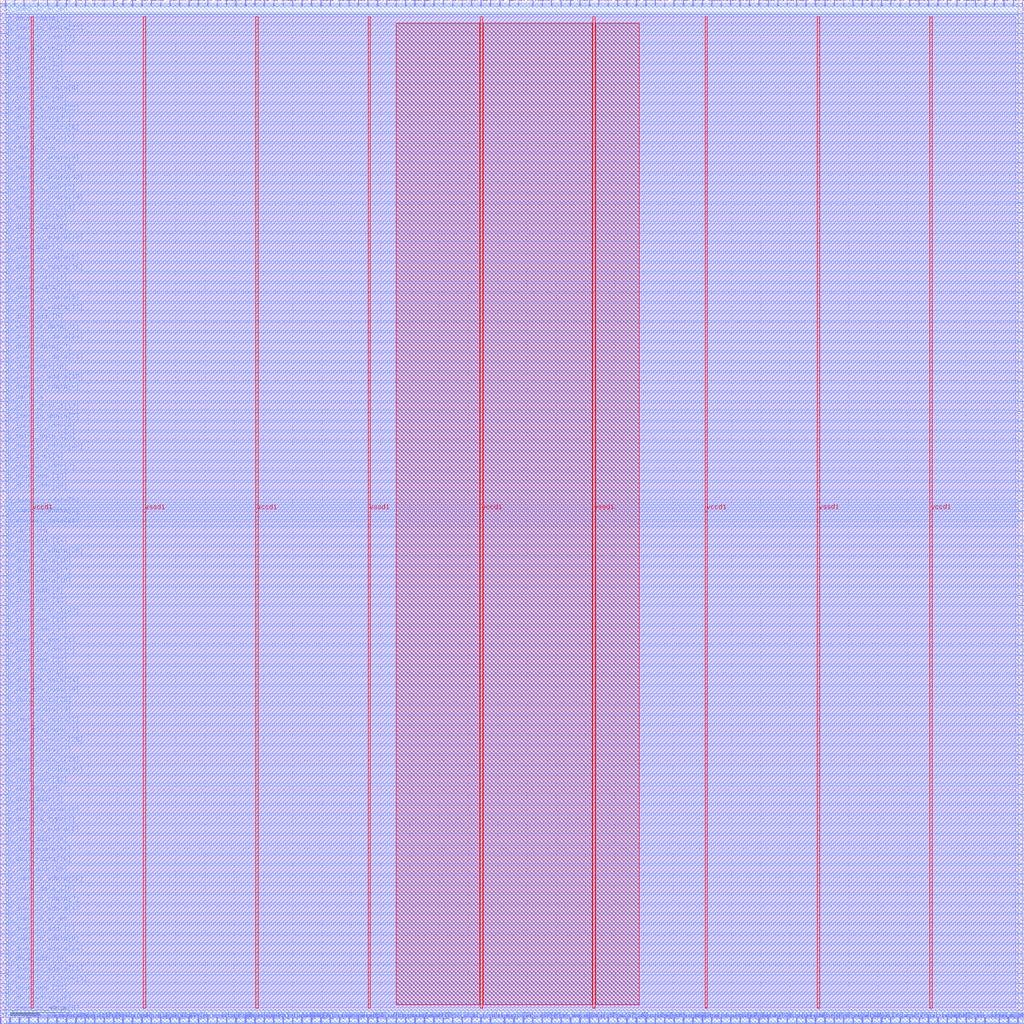
<source format=lef>
VERSION 5.7 ;
  NOWIREEXTENSIONATPIN ON ;
  DIVIDERCHAR "/" ;
  BUSBITCHARS "[]" ;
MACRO WB_InterConnect
  CLASS BLOCK ;
  FOREIGN WB_InterConnect ;
  ORIGIN 0.000 0.000 ;
  SIZE 700.000 BY 700.000 ;
  PIN clock
    DIRECTION INPUT ;
    USE SIGNAL ;
    PORT
      LAYER met2 ;
        RECT 289.890 0.000 290.170 4.000 ;
    END
  END clock
  PIN io_dbus_addr[0]
    DIRECTION INPUT ;
    USE SIGNAL ;
    PORT
      LAYER met2 ;
        RECT 70.930 696.000 71.210 700.000 ;
    END
  END io_dbus_addr[0]
  PIN io_dbus_addr[10]
    DIRECTION INPUT ;
    USE SIGNAL ;
    PORT
      LAYER met2 ;
        RECT 289.890 696.000 290.170 700.000 ;
    END
  END io_dbus_addr[10]
  PIN io_dbus_addr[11]
    DIRECTION INPUT ;
    USE SIGNAL ;
    PORT
      LAYER met2 ;
        RECT 90.250 0.000 90.530 4.000 ;
    END
  END io_dbus_addr[11]
  PIN io_dbus_addr[12]
    DIRECTION INPUT ;
    USE SIGNAL ;
    PORT
      LAYER met3 ;
        RECT 696.000 95.240 700.000 95.840 ;
    END
  END io_dbus_addr[12]
  PIN io_dbus_addr[13]
    DIRECTION INPUT ;
    USE SIGNAL ;
    PORT
      LAYER met2 ;
        RECT 58.050 696.000 58.330 700.000 ;
    END
  END io_dbus_addr[13]
  PIN io_dbus_addr[14]
    DIRECTION INPUT ;
    USE SIGNAL ;
    PORT
      LAYER met3 ;
        RECT 696.000 265.240 700.000 265.840 ;
    END
  END io_dbus_addr[14]
  PIN io_dbus_addr[15]
    DIRECTION INPUT ;
    USE SIGNAL ;
    PORT
      LAYER met3 ;
        RECT 0.000 40.840 4.000 41.440 ;
    END
  END io_dbus_addr[15]
  PIN io_dbus_addr[16]
    DIRECTION INPUT ;
    USE SIGNAL ;
    PORT
      LAYER met2 ;
        RECT 344.630 0.000 344.910 4.000 ;
    END
  END io_dbus_addr[16]
  PIN io_dbus_addr[17]
    DIRECTION INPUT ;
    USE SIGNAL ;
    PORT
      LAYER met3 ;
        RECT 696.000 411.440 700.000 412.040 ;
    END
  END io_dbus_addr[17]
  PIN io_dbus_addr[18]
    DIRECTION INPUT ;
    USE SIGNAL ;
    PORT
      LAYER met3 ;
        RECT 0.000 370.640 4.000 371.240 ;
    END
  END io_dbus_addr[18]
  PIN io_dbus_addr[19]
    DIRECTION INPUT ;
    USE SIGNAL ;
    PORT
      LAYER met2 ;
        RECT 45.170 0.000 45.450 4.000 ;
    END
  END io_dbus_addr[19]
  PIN io_dbus_addr[1]
    DIRECTION INPUT ;
    USE SIGNAL ;
    PORT
      LAYER met2 ;
        RECT 576.470 0.000 576.750 4.000 ;
    END
  END io_dbus_addr[1]
  PIN io_dbus_addr[20]
    DIRECTION INPUT ;
    USE SIGNAL ;
    PORT
      LAYER met3 ;
        RECT 696.000 163.240 700.000 163.840 ;
    END
  END io_dbus_addr[20]
  PIN io_dbus_addr[21]
    DIRECTION INPUT ;
    USE SIGNAL ;
    PORT
      LAYER met2 ;
        RECT 270.570 0.000 270.850 4.000 ;
    END
  END io_dbus_addr[21]
  PIN io_dbus_addr[22]
    DIRECTION INPUT ;
    USE SIGNAL ;
    PORT
      LAYER met3 ;
        RECT 0.000 244.840 4.000 245.440 ;
    END
  END io_dbus_addr[22]
  PIN io_dbus_addr[23]
    DIRECTION INPUT ;
    USE SIGNAL ;
    PORT
      LAYER met3 ;
        RECT 0.000 20.440 4.000 21.040 ;
    END
  END io_dbus_addr[23]
  PIN io_dbus_addr[24]
    DIRECTION INPUT ;
    USE SIGNAL ;
    PORT
      LAYER met3 ;
        RECT 696.000 452.240 700.000 452.840 ;
    END
  END io_dbus_addr[24]
  PIN io_dbus_addr[25]
    DIRECTION INPUT ;
    USE SIGNAL ;
    PORT
      LAYER met3 ;
        RECT 0.000 363.840 4.000 364.440 ;
    END
  END io_dbus_addr[25]
  PIN io_dbus_addr[26]
    DIRECTION INPUT ;
    USE SIGNAL ;
    PORT
      LAYER met2 ;
        RECT 447.670 0.000 447.950 4.000 ;
    END
  END io_dbus_addr[26]
  PIN io_dbus_addr[27]
    DIRECTION INPUT ;
    USE SIGNAL ;
    PORT
      LAYER met3 ;
        RECT 696.000 663.040 700.000 663.640 ;
    END
  END io_dbus_addr[27]
  PIN io_dbus_addr[28]
    DIRECTION INPUT ;
    USE SIGNAL ;
    PORT
      LAYER met3 ;
        RECT 696.000 129.240 700.000 129.840 ;
    END
  END io_dbus_addr[28]
  PIN io_dbus_addr[29]
    DIRECTION INPUT ;
    USE SIGNAL ;
    PORT
      LAYER met3 ;
        RECT 696.000 554.240 700.000 554.840 ;
    END
  END io_dbus_addr[29]
  PIN io_dbus_addr[2]
    DIRECTION INPUT ;
    USE SIGNAL ;
    PORT
      LAYER met3 ;
        RECT 0.000 527.040 4.000 527.640 ;
    END
  END io_dbus_addr[2]
  PIN io_dbus_addr[30]
    DIRECTION INPUT ;
    USE SIGNAL ;
    PORT
      LAYER met2 ;
        RECT 441.230 0.000 441.510 4.000 ;
    END
  END io_dbus_addr[30]
  PIN io_dbus_addr[31]
    DIRECTION INPUT ;
    USE SIGNAL ;
    PORT
      LAYER met3 ;
        RECT 696.000 244.840 700.000 245.440 ;
    END
  END io_dbus_addr[31]
  PIN io_dbus_addr[3]
    DIRECTION INPUT ;
    USE SIGNAL ;
    PORT
      LAYER met3 ;
        RECT 0.000 149.640 4.000 150.240 ;
    END
  END io_dbus_addr[3]
  PIN io_dbus_addr[4]
    DIRECTION INPUT ;
    USE SIGNAL ;
    PORT
      LAYER met2 ;
        RECT 563.590 0.000 563.870 4.000 ;
    END
  END io_dbus_addr[4]
  PIN io_dbus_addr[5]
    DIRECTION INPUT ;
    USE SIGNAL ;
    PORT
      LAYER met2 ;
        RECT 402.590 0.000 402.870 4.000 ;
    END
  END io_dbus_addr[5]
  PIN io_dbus_addr[6]
    DIRECTION INPUT ;
    USE SIGNAL ;
    PORT
      LAYER met3 ;
        RECT 0.000 479.440 4.000 480.040 ;
    END
  END io_dbus_addr[6]
  PIN io_dbus_addr[7]
    DIRECTION INPUT ;
    USE SIGNAL ;
    PORT
      LAYER met2 ;
        RECT 64.490 696.000 64.770 700.000 ;
    END
  END io_dbus_addr[7]
  PIN io_dbus_addr[8]
    DIRECTION INPUT ;
    USE SIGNAL ;
    PORT
      LAYER met2 ;
        RECT 653.750 0.000 654.030 4.000 ;
    END
  END io_dbus_addr[8]
  PIN io_dbus_addr[9]
    DIRECTION INPUT ;
    USE SIGNAL ;
    PORT
      LAYER met2 ;
        RECT 692.390 696.000 692.670 700.000 ;
    END
  END io_dbus_addr[9]
  PIN io_dbus_ld_type[0]
    DIRECTION INPUT ;
    USE SIGNAL ;
    PORT
      LAYER met2 ;
        RECT 563.590 696.000 563.870 700.000 ;
    END
  END io_dbus_ld_type[0]
  PIN io_dbus_ld_type[1]
    DIRECTION INPUT ;
    USE SIGNAL ;
    PORT
      LAYER met3 ;
        RECT 0.000 136.040 4.000 136.640 ;
    END
  END io_dbus_ld_type[1]
  PIN io_dbus_ld_type[2]
    DIRECTION INPUT ;
    USE SIGNAL ;
    PORT
      LAYER met2 ;
        RECT 315.650 0.000 315.930 4.000 ;
    END
  END io_dbus_ld_type[2]
  PIN io_dbus_rd_en
    DIRECTION INPUT ;
    USE SIGNAL ;
    PORT
      LAYER met3 ;
        RECT 696.000 115.640 700.000 116.240 ;
    END
  END io_dbus_rd_en
  PIN io_dbus_rdata[0]
    DIRECTION OUTPUT TRISTATE ;
    USE SIGNAL ;
    PORT
      LAYER met3 ;
        RECT 696.000 136.040 700.000 136.640 ;
    END
  END io_dbus_rdata[0]
  PIN io_dbus_rdata[10]
    DIRECTION OUTPUT TRISTATE ;
    USE SIGNAL ;
    PORT
      LAYER met2 ;
        RECT 354.290 696.000 354.570 700.000 ;
    END
  END io_dbus_rdata[10]
  PIN io_dbus_rdata[11]
    DIRECTION OUTPUT TRISTATE ;
    USE SIGNAL ;
    PORT
      LAYER met3 ;
        RECT 0.000 183.640 4.000 184.240 ;
    END
  END io_dbus_rdata[11]
  PIN io_dbus_rdata[12]
    DIRECTION OUTPUT TRISTATE ;
    USE SIGNAL ;
    PORT
      LAYER met3 ;
        RECT 696.000 170.040 700.000 170.640 ;
    END
  END io_dbus_rdata[12]
  PIN io_dbus_rdata[13]
    DIRECTION OUTPUT TRISTATE ;
    USE SIGNAL ;
    PORT
      LAYER met3 ;
        RECT 0.000 683.440 4.000 684.040 ;
    END
  END io_dbus_rdata[13]
  PIN io_dbus_rdata[14]
    DIRECTION OUTPUT TRISTATE ;
    USE SIGNAL ;
    PORT
      LAYER met2 ;
        RECT 428.350 696.000 428.630 700.000 ;
    END
  END io_dbus_rdata[14]
  PIN io_dbus_rdata[15]
    DIRECTION OUTPUT TRISTATE ;
    USE SIGNAL ;
    PORT
      LAYER met3 ;
        RECT 0.000 312.840 4.000 313.440 ;
    END
  END io_dbus_rdata[15]
  PIN io_dbus_rdata[16]
    DIRECTION OUTPUT TRISTATE ;
    USE SIGNAL ;
    PORT
      LAYER met2 ;
        RECT 627.990 696.000 628.270 700.000 ;
    END
  END io_dbus_rdata[16]
  PIN io_dbus_rdata[17]
    DIRECTION OUTPUT TRISTATE ;
    USE SIGNAL ;
    PORT
      LAYER met2 ;
        RECT 421.910 0.000 422.190 4.000 ;
    END
  END io_dbus_rdata[17]
  PIN io_dbus_rdata[18]
    DIRECTION OUTPUT TRISTATE ;
    USE SIGNAL ;
    PORT
      LAYER met3 ;
        RECT 0.000 108.840 4.000 109.440 ;
    END
  END io_dbus_rdata[18]
  PIN io_dbus_rdata[19]
    DIRECTION OUTPUT TRISTATE ;
    USE SIGNAL ;
    PORT
      LAYER met2 ;
        RECT 363.950 696.000 364.230 700.000 ;
    END
  END io_dbus_rdata[19]
  PIN io_dbus_rdata[1]
    DIRECTION OUTPUT TRISTATE ;
    USE SIGNAL ;
    PORT
      LAYER met2 ;
        RECT 621.550 696.000 621.830 700.000 ;
    END
  END io_dbus_rdata[1]
  PIN io_dbus_rdata[20]
    DIRECTION OUTPUT TRISTATE ;
    USE SIGNAL ;
    PORT
      LAYER met3 ;
        RECT 0.000 697.040 4.000 697.640 ;
    END
  END io_dbus_rdata[20]
  PIN io_dbus_rdata[21]
    DIRECTION OUTPUT TRISTATE ;
    USE SIGNAL ;
    PORT
      LAYER met2 ;
        RECT 363.950 0.000 364.230 4.000 ;
    END
  END io_dbus_rdata[21]
  PIN io_dbus_rdata[22]
    DIRECTION OUTPUT TRISTATE ;
    USE SIGNAL ;
    PORT
      LAYER met2 ;
        RECT 570.030 0.000 570.310 4.000 ;
    END
  END io_dbus_rdata[22]
  PIN io_dbus_rdata[23]
    DIRECTION OUTPUT TRISTATE ;
    USE SIGNAL ;
    PORT
      LAYER met2 ;
        RECT 640.870 0.000 641.150 4.000 ;
    END
  END io_dbus_rdata[23]
  PIN io_dbus_rdata[24]
    DIRECTION OUTPUT TRISTATE ;
    USE SIGNAL ;
    PORT
      LAYER met3 ;
        RECT 696.000 438.640 700.000 439.240 ;
    END
  END io_dbus_rdata[24]
  PIN io_dbus_rdata[25]
    DIRECTION OUTPUT TRISTATE ;
    USE SIGNAL ;
    PORT
      LAYER met2 ;
        RECT 698.830 696.000 699.110 700.000 ;
    END
  END io_dbus_rdata[25]
  PIN io_dbus_rdata[26]
    DIRECTION OUTPUT TRISTATE ;
    USE SIGNAL ;
    PORT
      LAYER met3 ;
        RECT 696.000 683.440 700.000 684.040 ;
    END
  END io_dbus_rdata[26]
  PIN io_dbus_rdata[27]
    DIRECTION OUTPUT TRISTATE ;
    USE SIGNAL ;
    PORT
      LAYER met3 ;
        RECT 0.000 459.040 4.000 459.640 ;
    END
  END io_dbus_rdata[27]
  PIN io_dbus_rdata[28]
    DIRECTION OUTPUT TRISTATE ;
    USE SIGNAL ;
    PORT
      LAYER met2 ;
        RECT 454.110 0.000 454.390 4.000 ;
    END
  END io_dbus_rdata[28]
  PIN io_dbus_rdata[29]
    DIRECTION OUTPUT TRISTATE ;
    USE SIGNAL ;
    PORT
      LAYER met2 ;
        RECT 277.010 0.000 277.290 4.000 ;
    END
  END io_dbus_rdata[29]
  PIN io_dbus_rdata[2]
    DIRECTION OUTPUT TRISTATE ;
    USE SIGNAL ;
    PORT
      LAYER met3 ;
        RECT 696.000 561.040 700.000 561.640 ;
    END
  END io_dbus_rdata[2]
  PIN io_dbus_rdata[30]
    DIRECTION OUTPUT TRISTATE ;
    USE SIGNAL ;
    PORT
      LAYER met3 ;
        RECT 696.000 629.040 700.000 629.640 ;
    END
  END io_dbus_rdata[30]
  PIN io_dbus_rdata[31]
    DIRECTION OUTPUT TRISTATE ;
    USE SIGNAL ;
    PORT
      LAYER met2 ;
        RECT 589.350 0.000 589.630 4.000 ;
    END
  END io_dbus_rdata[31]
  PIN io_dbus_rdata[3]
    DIRECTION OUTPUT TRISTATE ;
    USE SIGNAL ;
    PORT
      LAYER met3 ;
        RECT 696.000 540.640 700.000 541.240 ;
    END
  END io_dbus_rdata[3]
  PIN io_dbus_rdata[4]
    DIRECTION OUTPUT TRISTATE ;
    USE SIGNAL ;
    PORT
      LAYER met2 ;
        RECT 409.030 696.000 409.310 700.000 ;
    END
  END io_dbus_rdata[4]
  PIN io_dbus_rdata[5]
    DIRECTION OUTPUT TRISTATE ;
    USE SIGNAL ;
    PORT
      LAYER met3 ;
        RECT 0.000 238.040 4.000 238.640 ;
    END
  END io_dbus_rdata[5]
  PIN io_dbus_rdata[6]
    DIRECTION OUTPUT TRISTATE ;
    USE SIGNAL ;
    PORT
      LAYER met2 ;
        RECT 582.910 0.000 583.190 4.000 ;
    END
  END io_dbus_rdata[6]
  PIN io_dbus_rdata[7]
    DIRECTION OUTPUT TRISTATE ;
    USE SIGNAL ;
    PORT
      LAYER met2 ;
        RECT 682.730 0.000 683.010 4.000 ;
    END
  END io_dbus_rdata[7]
  PIN io_dbus_rdata[8]
    DIRECTION OUTPUT TRISTATE ;
    USE SIGNAL ;
    PORT
      LAYER met2 ;
        RECT 3.310 696.000 3.590 700.000 ;
    END
  END io_dbus_rdata[8]
  PIN io_dbus_rdata[9]
    DIRECTION OUTPUT TRISTATE ;
    USE SIGNAL ;
    PORT
      LAYER met2 ;
        RECT 589.350 696.000 589.630 700.000 ;
    END
  END io_dbus_rdata[9]
  PIN io_dbus_st_type[0]
    DIRECTION INPUT ;
    USE SIGNAL ;
    PORT
      LAYER met2 ;
        RECT 77.370 0.000 77.650 4.000 ;
    END
  END io_dbus_st_type[0]
  PIN io_dbus_st_type[1]
    DIRECTION INPUT ;
    USE SIGNAL ;
    PORT
      LAYER met3 ;
        RECT 696.000 102.040 700.000 102.640 ;
    END
  END io_dbus_st_type[1]
  PIN io_dbus_valid
    DIRECTION OUTPUT TRISTATE ;
    USE SIGNAL ;
    PORT
      LAYER met3 ;
        RECT 696.000 499.840 700.000 500.440 ;
    END
  END io_dbus_valid
  PIN io_dbus_wdata[0]
    DIRECTION INPUT ;
    USE SIGNAL ;
    PORT
      LAYER met3 ;
        RECT 0.000 540.640 4.000 541.240 ;
    END
  END io_dbus_wdata[0]
  PIN io_dbus_wdata[10]
    DIRECTION INPUT ;
    USE SIGNAL ;
    PORT
      LAYER met2 ;
        RECT 396.150 696.000 396.430 700.000 ;
    END
  END io_dbus_wdata[10]
  PIN io_dbus_wdata[11]
    DIRECTION INPUT ;
    USE SIGNAL ;
    PORT
      LAYER met3 ;
        RECT 0.000 642.640 4.000 643.240 ;
    END
  END io_dbus_wdata[11]
  PIN io_dbus_wdata[12]
    DIRECTION INPUT ;
    USE SIGNAL ;
    PORT
      LAYER met2 ;
        RECT 161.090 696.000 161.370 700.000 ;
    END
  END io_dbus_wdata[12]
  PIN io_dbus_wdata[13]
    DIRECTION INPUT ;
    USE SIGNAL ;
    PORT
      LAYER met2 ;
        RECT 122.450 696.000 122.730 700.000 ;
    END
  END io_dbus_wdata[13]
  PIN io_dbus_wdata[14]
    DIRECTION INPUT ;
    USE SIGNAL ;
    PORT
      LAYER met3 ;
        RECT 696.000 377.440 700.000 378.040 ;
    END
  END io_dbus_wdata[14]
  PIN io_dbus_wdata[15]
    DIRECTION INPUT ;
    USE SIGNAL ;
    PORT
      LAYER met3 ;
        RECT 0.000 299.240 4.000 299.840 ;
    END
  END io_dbus_wdata[15]
  PIN io_dbus_wdata[16]
    DIRECTION INPUT ;
    USE SIGNAL ;
    PORT
      LAYER met2 ;
        RECT 376.830 696.000 377.110 700.000 ;
    END
  END io_dbus_wdata[16]
  PIN io_dbus_wdata[17]
    DIRECTION INPUT ;
    USE SIGNAL ;
    PORT
      LAYER met3 ;
        RECT 0.000 306.040 4.000 306.640 ;
    END
  END io_dbus_wdata[17]
  PIN io_dbus_wdata[18]
    DIRECTION INPUT ;
    USE SIGNAL ;
    PORT
      LAYER met3 ;
        RECT 696.000 278.840 700.000 279.440 ;
    END
  END io_dbus_wdata[18]
  PIN io_dbus_wdata[19]
    DIRECTION INPUT ;
    USE SIGNAL ;
    PORT
      LAYER met3 ;
        RECT 0.000 210.840 4.000 211.440 ;
    END
  END io_dbus_wdata[19]
  PIN io_dbus_wdata[1]
    DIRECTION INPUT ;
    USE SIGNAL ;
    PORT
      LAYER met2 ;
        RECT 283.450 696.000 283.730 700.000 ;
    END
  END io_dbus_wdata[1]
  PIN io_dbus_wdata[20]
    DIRECTION INPUT ;
    USE SIGNAL ;
    PORT
      LAYER met2 ;
        RECT 570.030 696.000 570.310 700.000 ;
    END
  END io_dbus_wdata[20]
  PIN io_dbus_wdata[21]
    DIRECTION INPUT ;
    USE SIGNAL ;
    PORT
      LAYER met2 ;
        RECT 402.590 696.000 402.870 700.000 ;
    END
  END io_dbus_wdata[21]
  PIN io_dbus_wdata[22]
    DIRECTION INPUT ;
    USE SIGNAL ;
    PORT
      LAYER met2 ;
        RECT 389.710 696.000 389.990 700.000 ;
    END
  END io_dbus_wdata[22]
  PIN io_dbus_wdata[23]
    DIRECTION INPUT ;
    USE SIGNAL ;
    PORT
      LAYER met3 ;
        RECT 696.000 61.240 700.000 61.840 ;
    END
  END io_dbus_wdata[23]
  PIN io_dbus_wdata[24]
    DIRECTION INPUT ;
    USE SIGNAL ;
    PORT
      LAYER met3 ;
        RECT 0.000 13.640 4.000 14.240 ;
    END
  END io_dbus_wdata[24]
  PIN io_dbus_wdata[25]
    DIRECTION INPUT ;
    USE SIGNAL ;
    PORT
      LAYER met3 ;
        RECT 0.000 217.640 4.000 218.240 ;
    END
  END io_dbus_wdata[25]
  PIN io_dbus_wdata[26]
    DIRECTION INPUT ;
    USE SIGNAL ;
    PORT
      LAYER met2 ;
        RECT 695.610 0.000 695.890 4.000 ;
    END
  END io_dbus_wdata[26]
  PIN io_dbus_wdata[27]
    DIRECTION INPUT ;
    USE SIGNAL ;
    PORT
      LAYER met3 ;
        RECT 0.000 499.840 4.000 500.440 ;
    END
  END io_dbus_wdata[27]
  PIN io_dbus_wdata[28]
    DIRECTION INPUT ;
    USE SIGNAL ;
    PORT
      LAYER met2 ;
        RECT 32.290 696.000 32.570 700.000 ;
    END
  END io_dbus_wdata[28]
  PIN io_dbus_wdata[29]
    DIRECTION INPUT ;
    USE SIGNAL ;
    PORT
      LAYER met3 ;
        RECT 696.000 27.240 700.000 27.840 ;
    END
  END io_dbus_wdata[29]
  PIN io_dbus_wdata[2]
    DIRECTION INPUT ;
    USE SIGNAL ;
    PORT
      LAYER met2 ;
        RECT 550.710 696.000 550.990 700.000 ;
    END
  END io_dbus_wdata[2]
  PIN io_dbus_wdata[30]
    DIRECTION INPUT ;
    USE SIGNAL ;
    PORT
      LAYER met3 ;
        RECT 0.000 615.440 4.000 616.040 ;
    END
  END io_dbus_wdata[30]
  PIN io_dbus_wdata[31]
    DIRECTION INPUT ;
    USE SIGNAL ;
    PORT
      LAYER met3 ;
        RECT 0.000 115.640 4.000 116.240 ;
    END
  END io_dbus_wdata[31]
  PIN io_dbus_wdata[3]
    DIRECTION INPUT ;
    USE SIGNAL ;
    PORT
      LAYER met2 ;
        RECT 328.530 696.000 328.810 700.000 ;
    END
  END io_dbus_wdata[3]
  PIN io_dbus_wdata[4]
    DIRECTION INPUT ;
    USE SIGNAL ;
    PORT
      LAYER met3 ;
        RECT 696.000 649.440 700.000 650.040 ;
    END
  END io_dbus_wdata[4]
  PIN io_dbus_wdata[5]
    DIRECTION INPUT ;
    USE SIGNAL ;
    PORT
      LAYER met2 ;
        RECT 231.930 0.000 232.210 4.000 ;
    END
  END io_dbus_wdata[5]
  PIN io_dbus_wdata[6]
    DIRECTION INPUT ;
    USE SIGNAL ;
    PORT
      LAYER met2 ;
        RECT 447.670 696.000 447.950 700.000 ;
    END
  END io_dbus_wdata[6]
  PIN io_dbus_wdata[7]
    DIRECTION INPUT ;
    USE SIGNAL ;
    PORT
      LAYER met2 ;
        RECT 479.870 0.000 480.150 4.000 ;
    END
  END io_dbus_wdata[7]
  PIN io_dbus_wdata[8]
    DIRECTION INPUT ;
    USE SIGNAL ;
    PORT
      LAYER met2 ;
        RECT 486.310 696.000 486.590 700.000 ;
    END
  END io_dbus_wdata[8]
  PIN io_dbus_wdata[9]
    DIRECTION INPUT ;
    USE SIGNAL ;
    PORT
      LAYER met2 ;
        RECT 383.270 696.000 383.550 700.000 ;
    END
  END io_dbus_wdata[9]
  PIN io_dbus_wr_en
    DIRECTION INPUT ;
    USE SIGNAL ;
    PORT
      LAYER met2 ;
        RECT 244.810 0.000 245.090 4.000 ;
    END
  END io_dbus_wr_en
  PIN io_dmem_io_addr[0]
    DIRECTION OUTPUT TRISTATE ;
    USE SIGNAL ;
    PORT
      LAYER met2 ;
        RECT 135.330 696.000 135.610 700.000 ;
    END
  END io_dmem_io_addr[0]
  PIN io_dmem_io_addr[1]
    DIRECTION OUTPUT TRISTATE ;
    USE SIGNAL ;
    PORT
      LAYER met3 ;
        RECT 0.000 258.440 4.000 259.040 ;
    END
  END io_dmem_io_addr[1]
  PIN io_dmem_io_addr[2]
    DIRECTION OUTPUT TRISTATE ;
    USE SIGNAL ;
    PORT
      LAYER met2 ;
        RECT 544.270 696.000 544.550 700.000 ;
    END
  END io_dmem_io_addr[2]
  PIN io_dmem_io_addr[3]
    DIRECTION OUTPUT TRISTATE ;
    USE SIGNAL ;
    PORT
      LAYER met3 ;
        RECT 0.000 61.240 4.000 61.840 ;
    END
  END io_dmem_io_addr[3]
  PIN io_dmem_io_addr[4]
    DIRECTION OUTPUT TRISTATE ;
    USE SIGNAL ;
    PORT
      LAYER met3 ;
        RECT 696.000 370.640 700.000 371.240 ;
    END
  END io_dmem_io_addr[4]
  PIN io_dmem_io_addr[5]
    DIRECTION OUTPUT TRISTATE ;
    USE SIGNAL ;
    PORT
      LAYER met2 ;
        RECT 499.190 696.000 499.470 700.000 ;
    END
  END io_dmem_io_addr[5]
  PIN io_dmem_io_addr[6]
    DIRECTION OUTPUT TRISTATE ;
    USE SIGNAL ;
    PORT
      LAYER met3 ;
        RECT 696.000 425.040 700.000 425.640 ;
    END
  END io_dmem_io_addr[6]
  PIN io_dmem_io_addr[7]
    DIRECTION OUTPUT TRISTATE ;
    USE SIGNAL ;
    PORT
      LAYER met3 ;
        RECT 0.000 669.840 4.000 670.440 ;
    END
  END io_dmem_io_addr[7]
  PIN io_dmem_io_cs
    DIRECTION OUTPUT TRISTATE ;
    USE SIGNAL ;
    PORT
      LAYER met2 ;
        RECT 77.370 696.000 77.650 700.000 ;
    END
  END io_dmem_io_cs
  PIN io_dmem_io_rdata[0]
    DIRECTION INPUT ;
    USE SIGNAL ;
    PORT
      LAYER met3 ;
        RECT 0.000 431.840 4.000 432.440 ;
    END
  END io_dmem_io_rdata[0]
  PIN io_dmem_io_rdata[10]
    DIRECTION INPUT ;
    USE SIGNAL ;
    PORT
      LAYER met2 ;
        RECT 421.910 696.000 422.190 700.000 ;
    END
  END io_dmem_io_rdata[10]
  PIN io_dmem_io_rdata[11]
    DIRECTION INPUT ;
    USE SIGNAL ;
    PORT
      LAYER met2 ;
        RECT 193.290 696.000 193.570 700.000 ;
    END
  END io_dmem_io_rdata[11]
  PIN io_dmem_io_rdata[12]
    DIRECTION INPUT ;
    USE SIGNAL ;
    PORT
      LAYER met2 ;
        RECT 512.070 696.000 512.350 700.000 ;
    END
  END io_dmem_io_rdata[12]
  PIN io_dmem_io_rdata[13]
    DIRECTION INPUT ;
    USE SIGNAL ;
    PORT
      LAYER met2 ;
        RECT 486.310 0.000 486.590 4.000 ;
    END
  END io_dmem_io_rdata[13]
  PIN io_dmem_io_rdata[14]
    DIRECTION INPUT ;
    USE SIGNAL ;
    PORT
      LAYER met3 ;
        RECT 696.000 581.440 700.000 582.040 ;
    END
  END io_dmem_io_rdata[14]
  PIN io_dmem_io_rdata[15]
    DIRECTION INPUT ;
    USE SIGNAL ;
    PORT
      LAYER met3 ;
        RECT 696.000 312.840 700.000 313.440 ;
    END
  END io_dmem_io_rdata[15]
  PIN io_dmem_io_rdata[16]
    DIRECTION INPUT ;
    USE SIGNAL ;
    PORT
      LAYER met3 ;
        RECT 0.000 513.440 4.000 514.040 ;
    END
  END io_dmem_io_rdata[16]
  PIN io_dmem_io_rdata[17]
    DIRECTION INPUT ;
    USE SIGNAL ;
    PORT
      LAYER met3 ;
        RECT 696.000 142.840 700.000 143.440 ;
    END
  END io_dmem_io_rdata[17]
  PIN io_dmem_io_rdata[18]
    DIRECTION INPUT ;
    USE SIGNAL ;
    PORT
      LAYER met2 ;
        RECT 640.870 696.000 641.150 700.000 ;
    END
  END io_dmem_io_rdata[18]
  PIN io_dmem_io_rdata[19]
    DIRECTION INPUT ;
    USE SIGNAL ;
    PORT
      LAYER met3 ;
        RECT 696.000 306.040 700.000 306.640 ;
    END
  END io_dmem_io_rdata[19]
  PIN io_dmem_io_rdata[1]
    DIRECTION INPUT ;
    USE SIGNAL ;
    PORT
      LAYER met2 ;
        RECT 38.730 696.000 39.010 700.000 ;
    END
  END io_dmem_io_rdata[1]
  PIN io_dmem_io_rdata[20]
    DIRECTION INPUT ;
    USE SIGNAL ;
    PORT
      LAYER met2 ;
        RECT 25.850 696.000 26.130 700.000 ;
    END
  END io_dmem_io_rdata[20]
  PIN io_dmem_io_rdata[21]
    DIRECTION INPUT ;
    USE SIGNAL ;
    PORT
      LAYER met2 ;
        RECT 434.790 696.000 435.070 700.000 ;
    END
  END io_dmem_io_rdata[21]
  PIN io_dmem_io_rdata[22]
    DIRECTION INPUT ;
    USE SIGNAL ;
    PORT
      LAYER met3 ;
        RECT 696.000 224.440 700.000 225.040 ;
    END
  END io_dmem_io_rdata[22]
  PIN io_dmem_io_rdata[23]
    DIRECTION INPUT ;
    USE SIGNAL ;
    PORT
      LAYER met2 ;
        RECT 167.530 696.000 167.810 700.000 ;
    END
  END io_dmem_io_rdata[23]
  PIN io_dmem_io_rdata[24]
    DIRECTION INPUT ;
    USE SIGNAL ;
    PORT
      LAYER met3 ;
        RECT 0.000 465.840 4.000 466.440 ;
    END
  END io_dmem_io_rdata[24]
  PIN io_dmem_io_rdata[25]
    DIRECTION INPUT ;
    USE SIGNAL ;
    PORT
      LAYER met3 ;
        RECT 696.000 299.240 700.000 299.840 ;
    END
  END io_dmem_io_rdata[25]
  PIN io_dmem_io_rdata[26]
    DIRECTION INPUT ;
    USE SIGNAL ;
    PORT
      LAYER met3 ;
        RECT 0.000 170.040 4.000 170.640 ;
    END
  END io_dmem_io_rdata[26]
  PIN io_dmem_io_rdata[27]
    DIRECTION INPUT ;
    USE SIGNAL ;
    PORT
      LAYER met2 ;
        RECT 45.170 696.000 45.450 700.000 ;
    END
  END io_dmem_io_rdata[27]
  PIN io_dmem_io_rdata[28]
    DIRECTION INPUT ;
    USE SIGNAL ;
    PORT
      LAYER met2 ;
        RECT 602.230 696.000 602.510 700.000 ;
    END
  END io_dmem_io_rdata[28]
  PIN io_dmem_io_rdata[29]
    DIRECTION INPUT ;
    USE SIGNAL ;
    PORT
      LAYER met3 ;
        RECT 0.000 391.040 4.000 391.640 ;
    END
  END io_dmem_io_rdata[29]
  PIN io_dmem_io_rdata[2]
    DIRECTION INPUT ;
    USE SIGNAL ;
    PORT
      LAYER met2 ;
        RECT 615.110 0.000 615.390 4.000 ;
    END
  END io_dmem_io_rdata[2]
  PIN io_dmem_io_rdata[30]
    DIRECTION INPUT ;
    USE SIGNAL ;
    PORT
      LAYER met3 ;
        RECT 696.000 615.440 700.000 616.040 ;
    END
  END io_dmem_io_rdata[30]
  PIN io_dmem_io_rdata[31]
    DIRECTION INPUT ;
    USE SIGNAL ;
    PORT
      LAYER met3 ;
        RECT 696.000 527.040 700.000 527.640 ;
    END
  END io_dmem_io_rdata[31]
  PIN io_dmem_io_rdata[3]
    DIRECTION INPUT ;
    USE SIGNAL ;
    PORT
      LAYER met3 ;
        RECT 0.000 493.040 4.000 493.640 ;
    END
  END io_dmem_io_rdata[3]
  PIN io_dmem_io_rdata[4]
    DIRECTION INPUT ;
    USE SIGNAL ;
    PORT
      LAYER met2 ;
        RECT 186.850 696.000 187.130 700.000 ;
    END
  END io_dmem_io_rdata[4]
  PIN io_dmem_io_rdata[5]
    DIRECTION INPUT ;
    USE SIGNAL ;
    PORT
      LAYER met2 ;
        RECT 441.230 696.000 441.510 700.000 ;
    END
  END io_dmem_io_rdata[5]
  PIN io_dmem_io_rdata[6]
    DIRECTION INPUT ;
    USE SIGNAL ;
    PORT
      LAYER met3 ;
        RECT 0.000 353.640 4.000 354.240 ;
    END
  END io_dmem_io_rdata[6]
  PIN io_dmem_io_rdata[7]
    DIRECTION INPUT ;
    USE SIGNAL ;
    PORT
      LAYER met3 ;
        RECT 696.000 690.240 700.000 690.840 ;
    END
  END io_dmem_io_rdata[7]
  PIN io_dmem_io_rdata[8]
    DIRECTION INPUT ;
    USE SIGNAL ;
    PORT
      LAYER met3 ;
        RECT 696.000 397.840 700.000 398.440 ;
    END
  END io_dmem_io_rdata[8]
  PIN io_dmem_io_rdata[9]
    DIRECTION INPUT ;
    USE SIGNAL ;
    PORT
      LAYER met3 ;
        RECT 0.000 635.840 4.000 636.440 ;
    END
  END io_dmem_io_rdata[9]
  PIN io_dmem_io_st_type[0]
    DIRECTION OUTPUT TRISTATE ;
    USE SIGNAL ;
    PORT
      LAYER met3 ;
        RECT 696.000 595.040 700.000 595.640 ;
    END
  END io_dmem_io_st_type[0]
  PIN io_dmem_io_st_type[1]
    DIRECTION OUTPUT TRISTATE ;
    USE SIGNAL ;
    PORT
      LAYER met3 ;
        RECT 0.000 27.240 4.000 27.840 ;
    END
  END io_dmem_io_st_type[1]
  PIN io_dmem_io_st_type[2]
    DIRECTION OUTPUT TRISTATE ;
    USE SIGNAL ;
    PORT
      LAYER met2 ;
        RECT 206.170 0.000 206.450 4.000 ;
    END
  END io_dmem_io_st_type[2]
  PIN io_dmem_io_st_type[3]
    DIRECTION OUTPUT TRISTATE ;
    USE SIGNAL ;
    PORT
      LAYER met2 ;
        RECT 309.210 0.000 309.490 4.000 ;
    END
  END io_dmem_io_st_type[3]
  PIN io_dmem_io_wdata[0]
    DIRECTION OUTPUT TRISTATE ;
    USE SIGNAL ;
    PORT
      LAYER met2 ;
        RECT 161.090 0.000 161.370 4.000 ;
    END
  END io_dmem_io_wdata[0]
  PIN io_dmem_io_wdata[10]
    DIRECTION OUTPUT TRISTATE ;
    USE SIGNAL ;
    PORT
      LAYER met3 ;
        RECT 696.000 238.040 700.000 238.640 ;
    END
  END io_dmem_io_wdata[10]
  PIN io_dmem_io_wdata[11]
    DIRECTION OUTPUT TRISTATE ;
    USE SIGNAL ;
    PORT
      LAYER met2 ;
        RECT 238.370 0.000 238.650 4.000 ;
    END
  END io_dmem_io_wdata[11]
  PIN io_dmem_io_wdata[12]
    DIRECTION OUTPUT TRISTATE ;
    USE SIGNAL ;
    PORT
      LAYER met2 ;
        RECT 328.530 0.000 328.810 4.000 ;
    END
  END io_dmem_io_wdata[12]
  PIN io_dmem_io_wdata[13]
    DIRECTION OUTPUT TRISTATE ;
    USE SIGNAL ;
    PORT
      LAYER met3 ;
        RECT 696.000 656.240 700.000 656.840 ;
    END
  END io_dmem_io_wdata[13]
  PIN io_dmem_io_wdata[14]
    DIRECTION OUTPUT TRISTATE ;
    USE SIGNAL ;
    PORT
      LAYER met2 ;
        RECT 116.010 0.000 116.290 4.000 ;
    END
  END io_dmem_io_wdata[14]
  PIN io_dmem_io_wdata[15]
    DIRECTION OUTPUT TRISTATE ;
    USE SIGNAL ;
    PORT
      LAYER met2 ;
        RECT 679.510 696.000 679.790 700.000 ;
    END
  END io_dmem_io_wdata[15]
  PIN io_dmem_io_wdata[16]
    DIRECTION OUTPUT TRISTATE ;
    USE SIGNAL ;
    PORT
      LAYER met2 ;
        RECT 225.490 0.000 225.770 4.000 ;
    END
  END io_dmem_io_wdata[16]
  PIN io_dmem_io_wdata[17]
    DIRECTION OUTPUT TRISTATE ;
    USE SIGNAL ;
    PORT
      LAYER met3 ;
        RECT 696.000 520.240 700.000 520.840 ;
    END
  END io_dmem_io_wdata[17]
  PIN io_dmem_io_wdata[18]
    DIRECTION OUTPUT TRISTATE ;
    USE SIGNAL ;
    PORT
      LAYER met2 ;
        RECT 428.350 0.000 428.630 4.000 ;
    END
  END io_dmem_io_wdata[18]
  PIN io_dmem_io_wdata[19]
    DIRECTION OUTPUT TRISTATE ;
    USE SIGNAL ;
    PORT
      LAYER met3 ;
        RECT 696.000 676.640 700.000 677.240 ;
    END
  END io_dmem_io_wdata[19]
  PIN io_dmem_io_wdata[1]
    DIRECTION OUTPUT TRISTATE ;
    USE SIGNAL ;
    PORT
      LAYER met2 ;
        RECT 103.130 696.000 103.410 700.000 ;
    END
  END io_dmem_io_wdata[1]
  PIN io_dmem_io_wdata[20]
    DIRECTION OUTPUT TRISTATE ;
    USE SIGNAL ;
    PORT
      LAYER met2 ;
        RECT 167.530 0.000 167.810 4.000 ;
    END
  END io_dmem_io_wdata[20]
  PIN io_dmem_io_wdata[21]
    DIRECTION OUTPUT TRISTATE ;
    USE SIGNAL ;
    PORT
      LAYER met2 ;
        RECT 277.010 696.000 277.290 700.000 ;
    END
  END io_dmem_io_wdata[21]
  PIN io_dmem_io_wdata[22]
    DIRECTION OUTPUT TRISTATE ;
    USE SIGNAL ;
    PORT
      LAYER met2 ;
        RECT 322.090 0.000 322.370 4.000 ;
    END
  END io_dmem_io_wdata[22]
  PIN io_dmem_io_wdata[23]
    DIRECTION OUTPUT TRISTATE ;
    USE SIGNAL ;
    PORT
      LAYER met2 ;
        RECT 9.750 696.000 10.030 700.000 ;
    END
  END io_dmem_io_wdata[23]
  PIN io_dmem_io_wdata[24]
    DIRECTION OUTPUT TRISTATE ;
    USE SIGNAL ;
    PORT
      LAYER met3 ;
        RECT 0.000 47.640 4.000 48.240 ;
    END
  END io_dmem_io_wdata[24]
  PIN io_dmem_io_wdata[25]
    DIRECTION OUTPUT TRISTATE ;
    USE SIGNAL ;
    PORT
      LAYER met3 ;
        RECT 0.000 319.640 4.000 320.240 ;
    END
  END io_dmem_io_wdata[25]
  PIN io_dmem_io_wdata[26]
    DIRECTION OUTPUT TRISTATE ;
    USE SIGNAL ;
    PORT
      LAYER met3 ;
        RECT 0.000 190.440 4.000 191.040 ;
    END
  END io_dmem_io_wdata[26]
  PIN io_dmem_io_wdata[27]
    DIRECTION OUTPUT TRISTATE ;
    USE SIGNAL ;
    PORT
      LAYER met2 ;
        RECT 466.990 0.000 467.270 4.000 ;
    END
  END io_dmem_io_wdata[27]
  PIN io_dmem_io_wdata[28]
    DIRECTION OUTPUT TRISTATE ;
    USE SIGNAL ;
    PORT
      LAYER met2 ;
        RECT 238.370 696.000 238.650 700.000 ;
    END
  END io_dmem_io_wdata[28]
  PIN io_dmem_io_wdata[29]
    DIRECTION OUTPUT TRISTATE ;
    USE SIGNAL ;
    PORT
      LAYER met2 ;
        RECT 251.250 0.000 251.530 4.000 ;
    END
  END io_dmem_io_wdata[29]
  PIN io_dmem_io_wdata[2]
    DIRECTION OUTPUT TRISTATE ;
    USE SIGNAL ;
    PORT
      LAYER met3 ;
        RECT 0.000 129.240 4.000 129.840 ;
    END
  END io_dmem_io_wdata[2]
  PIN io_dmem_io_wdata[30]
    DIRECTION OUTPUT TRISTATE ;
    USE SIGNAL ;
    PORT
      LAYER met2 ;
        RECT 341.410 696.000 341.690 700.000 ;
    END
  END io_dmem_io_wdata[30]
  PIN io_dmem_io_wdata[31]
    DIRECTION OUTPUT TRISTATE ;
    USE SIGNAL ;
    PORT
      LAYER met3 ;
        RECT 0.000 34.040 4.000 34.640 ;
    END
  END io_dmem_io_wdata[31]
  PIN io_dmem_io_wdata[3]
    DIRECTION OUTPUT TRISTATE ;
    USE SIGNAL ;
    PORT
      LAYER met2 ;
        RECT 264.130 696.000 264.410 700.000 ;
    END
  END io_dmem_io_wdata[3]
  PIN io_dmem_io_wdata[4]
    DIRECTION OUTPUT TRISTATE ;
    USE SIGNAL ;
    PORT
      LAYER met3 ;
        RECT 0.000 74.840 4.000 75.440 ;
    END
  END io_dmem_io_wdata[4]
  PIN io_dmem_io_wdata[5]
    DIRECTION OUTPUT TRISTATE ;
    USE SIGNAL ;
    PORT
      LAYER met3 ;
        RECT 696.000 350.240 700.000 350.840 ;
    END
  END io_dmem_io_wdata[5]
  PIN io_dmem_io_wdata[6]
    DIRECTION OUTPUT TRISTATE ;
    USE SIGNAL ;
    PORT
      LAYER met2 ;
        RECT 225.490 696.000 225.770 700.000 ;
    END
  END io_dmem_io_wdata[6]
  PIN io_dmem_io_wdata[7]
    DIRECTION OUTPUT TRISTATE ;
    USE SIGNAL ;
    PORT
      LAYER met3 ;
        RECT 696.000 251.640 700.000 252.240 ;
    END
  END io_dmem_io_wdata[7]
  PIN io_dmem_io_wdata[8]
    DIRECTION OUTPUT TRISTATE ;
    USE SIGNAL ;
    PORT
      LAYER met3 ;
        RECT 0.000 588.240 4.000 588.840 ;
    END
  END io_dmem_io_wdata[8]
  PIN io_dmem_io_wdata[9]
    DIRECTION OUTPUT TRISTATE ;
    USE SIGNAL ;
    PORT
      LAYER met2 ;
        RECT 109.570 696.000 109.850 700.000 ;
    END
  END io_dmem_io_wdata[9]
  PIN io_dmem_io_wr_en
    DIRECTION OUTPUT TRISTATE ;
    USE SIGNAL ;
    PORT
      LAYER met3 ;
        RECT 0.000 690.240 4.000 690.840 ;
    END
  END io_dmem_io_wr_en
  PIN io_ibus_addr[0]
    DIRECTION INPUT ;
    USE SIGNAL ;
    PORT
      LAYER met3 ;
        RECT 696.000 384.240 700.000 384.840 ;
    END
  END io_ibus_addr[0]
  PIN io_ibus_addr[10]
    DIRECTION INPUT ;
    USE SIGNAL ;
    PORT
      LAYER met2 ;
        RECT 499.190 0.000 499.470 4.000 ;
    END
  END io_ibus_addr[10]
  PIN io_ibus_addr[11]
    DIRECTION INPUT ;
    USE SIGNAL ;
    PORT
      LAYER met2 ;
        RECT 219.050 0.000 219.330 4.000 ;
    END
  END io_ibus_addr[11]
  PIN io_ibus_addr[12]
    DIRECTION INPUT ;
    USE SIGNAL ;
    PORT
      LAYER met2 ;
        RECT 199.730 696.000 200.010 700.000 ;
    END
  END io_ibus_addr[12]
  PIN io_ibus_addr[13]
    DIRECTION INPUT ;
    USE SIGNAL ;
    PORT
      LAYER met3 ;
        RECT 0.000 285.640 4.000 286.240 ;
    END
  END io_ibus_addr[13]
  PIN io_ibus_addr[14]
    DIRECTION INPUT ;
    USE SIGNAL ;
    PORT
      LAYER met3 ;
        RECT 0.000 326.440 4.000 327.040 ;
    END
  END io_ibus_addr[14]
  PIN io_ibus_addr[15]
    DIRECTION INPUT ;
    USE SIGNAL ;
    PORT
      LAYER met3 ;
        RECT 0.000 629.040 4.000 629.640 ;
    END
  END io_ibus_addr[15]
  PIN io_ibus_addr[16]
    DIRECTION INPUT ;
    USE SIGNAL ;
    PORT
      LAYER met2 ;
        RECT 128.890 0.000 129.170 4.000 ;
    END
  END io_ibus_addr[16]
  PIN io_ibus_addr[17]
    DIRECTION INPUT ;
    USE SIGNAL ;
    PORT
      LAYER met3 ;
        RECT 696.000 588.240 700.000 588.840 ;
    END
  END io_ibus_addr[17]
  PIN io_ibus_addr[18]
    DIRECTION INPUT ;
    USE SIGNAL ;
    PORT
      LAYER met3 ;
        RECT 0.000 272.040 4.000 272.640 ;
    END
  END io_ibus_addr[18]
  PIN io_ibus_addr[19]
    DIRECTION INPUT ;
    USE SIGNAL ;
    PORT
      LAYER met2 ;
        RECT 347.850 696.000 348.130 700.000 ;
    END
  END io_ibus_addr[19]
  PIN io_ibus_addr[1]
    DIRECTION INPUT ;
    USE SIGNAL ;
    PORT
      LAYER met2 ;
        RECT 673.070 696.000 673.350 700.000 ;
    END
  END io_ibus_addr[1]
  PIN io_ibus_addr[20]
    DIRECTION INPUT ;
    USE SIGNAL ;
    PORT
      LAYER met3 ;
        RECT 696.000 506.640 700.000 507.240 ;
    END
  END io_ibus_addr[20]
  PIN io_ibus_addr[21]
    DIRECTION INPUT ;
    USE SIGNAL ;
    PORT
      LAYER met2 ;
        RECT 154.650 696.000 154.930 700.000 ;
    END
  END io_ibus_addr[21]
  PIN io_ibus_addr[22]
    DIRECTION INPUT ;
    USE SIGNAL ;
    PORT
      LAYER met2 ;
        RECT 199.730 0.000 200.010 4.000 ;
    END
  END io_ibus_addr[22]
  PIN io_ibus_addr[23]
    DIRECTION INPUT ;
    USE SIGNAL ;
    PORT
      LAYER met2 ;
        RECT 653.750 696.000 654.030 700.000 ;
    END
  END io_ibus_addr[23]
  PIN io_ibus_addr[24]
    DIRECTION INPUT ;
    USE SIGNAL ;
    PORT
      LAYER met3 ;
        RECT 0.000 122.440 4.000 123.040 ;
    END
  END io_ibus_addr[24]
  PIN io_ibus_addr[25]
    DIRECTION INPUT ;
    USE SIGNAL ;
    PORT
      LAYER met3 ;
        RECT 696.000 81.640 700.000 82.240 ;
    END
  END io_ibus_addr[25]
  PIN io_ibus_addr[26]
    DIRECTION INPUT ;
    USE SIGNAL ;
    PORT
      LAYER met2 ;
        RECT 96.690 0.000 96.970 4.000 ;
    END
  END io_ibus_addr[26]
  PIN io_ibus_addr[27]
    DIRECTION INPUT ;
    USE SIGNAL ;
    PORT
      LAYER met3 ;
        RECT 696.000 567.840 700.000 568.440 ;
    END
  END io_ibus_addr[27]
  PIN io_ibus_addr[28]
    DIRECTION INPUT ;
    USE SIGNAL ;
    PORT
      LAYER met2 ;
        RECT 296.330 0.000 296.610 4.000 ;
    END
  END io_ibus_addr[28]
  PIN io_ibus_addr[29]
    DIRECTION INPUT ;
    USE SIGNAL ;
    PORT
      LAYER met3 ;
        RECT 0.000 102.040 4.000 102.640 ;
    END
  END io_ibus_addr[29]
  PIN io_ibus_addr[2]
    DIRECTION INPUT ;
    USE SIGNAL ;
    PORT
      LAYER met3 ;
        RECT 696.000 319.640 700.000 320.240 ;
    END
  END io_ibus_addr[2]
  PIN io_ibus_addr[30]
    DIRECTION INPUT ;
    USE SIGNAL ;
    PORT
      LAYER met3 ;
        RECT 0.000 265.240 4.000 265.840 ;
    END
  END io_ibus_addr[30]
  PIN io_ibus_addr[31]
    DIRECTION INPUT ;
    USE SIGNAL ;
    PORT
      LAYER met3 ;
        RECT 0.000 163.240 4.000 163.840 ;
    END
  END io_ibus_addr[31]
  PIN io_ibus_addr[3]
    DIRECTION INPUT ;
    USE SIGNAL ;
    PORT
      LAYER met3 ;
        RECT 696.000 122.440 700.000 123.040 ;
    END
  END io_ibus_addr[3]
  PIN io_ibus_addr[4]
    DIRECTION INPUT ;
    USE SIGNAL ;
    PORT
      LAYER met3 ;
        RECT 0.000 292.440 4.000 293.040 ;
    END
  END io_ibus_addr[4]
  PIN io_ibus_addr[5]
    DIRECTION INPUT ;
    USE SIGNAL ;
    PORT
      LAYER met2 ;
        RECT 186.850 0.000 187.130 4.000 ;
    END
  END io_ibus_addr[5]
  PIN io_ibus_addr[6]
    DIRECTION INPUT ;
    USE SIGNAL ;
    PORT
      LAYER met2 ;
        RECT 309.210 696.000 309.490 700.000 ;
    END
  END io_ibus_addr[6]
  PIN io_ibus_addr[7]
    DIRECTION INPUT ;
    USE SIGNAL ;
    PORT
      LAYER met3 ;
        RECT 696.000 272.040 700.000 272.640 ;
    END
  END io_ibus_addr[7]
  PIN io_ibus_addr[8]
    DIRECTION INPUT ;
    USE SIGNAL ;
    PORT
      LAYER met3 ;
        RECT 696.000 0.040 700.000 0.640 ;
    END
  END io_ibus_addr[8]
  PIN io_ibus_addr[9]
    DIRECTION INPUT ;
    USE SIGNAL ;
    PORT
      LAYER met3 ;
        RECT 696.000 88.440 700.000 89.040 ;
    END
  END io_ibus_addr[9]
  PIN io_ibus_inst[0]
    DIRECTION OUTPUT TRISTATE ;
    USE SIGNAL ;
    PORT
      LAYER met3 ;
        RECT 0.000 384.240 4.000 384.840 ;
    END
  END io_ibus_inst[0]
  PIN io_ibus_inst[10]
    DIRECTION OUTPUT TRISTATE ;
    USE SIGNAL ;
    PORT
      LAYER met2 ;
        RECT 666.630 0.000 666.910 4.000 ;
    END
  END io_ibus_inst[10]
  PIN io_ibus_inst[11]
    DIRECTION OUTPUT TRISTATE ;
    USE SIGNAL ;
    PORT
      LAYER met3 ;
        RECT 696.000 204.040 700.000 204.640 ;
    END
  END io_ibus_inst[11]
  PIN io_ibus_inst[12]
    DIRECTION OUTPUT TRISTATE ;
    USE SIGNAL ;
    PORT
      LAYER met2 ;
        RECT 315.650 696.000 315.930 700.000 ;
    END
  END io_ibus_inst[12]
  PIN io_ibus_inst[13]
    DIRECTION OUTPUT TRISTATE ;
    USE SIGNAL ;
    PORT
      LAYER met2 ;
        RECT 38.730 0.000 39.010 4.000 ;
    END
  END io_ibus_inst[13]
  PIN io_ibus_inst[14]
    DIRECTION OUTPUT TRISTATE ;
    USE SIGNAL ;
    PORT
      LAYER met2 ;
        RECT 283.450 0.000 283.730 4.000 ;
    END
  END io_ibus_inst[14]
  PIN io_ibus_inst[15]
    DIRECTION OUTPUT TRISTATE ;
    USE SIGNAL ;
    PORT
      LAYER met3 ;
        RECT 0.000 445.440 4.000 446.040 ;
    END
  END io_ibus_inst[15]
  PIN io_ibus_inst[16]
    DIRECTION OUTPUT TRISTATE ;
    USE SIGNAL ;
    PORT
      LAYER met2 ;
        RECT 627.990 0.000 628.270 4.000 ;
    END
  END io_ibus_inst[16]
  PIN io_ibus_inst[17]
    DIRECTION OUTPUT TRISTATE ;
    USE SIGNAL ;
    PORT
      LAYER met3 ;
        RECT 0.000 506.640 4.000 507.240 ;
    END
  END io_ibus_inst[17]
  PIN io_ibus_inst[18]
    DIRECTION OUTPUT TRISTATE ;
    USE SIGNAL ;
    PORT
      LAYER met2 ;
        RECT 116.010 696.000 116.290 700.000 ;
    END
  END io_ibus_inst[18]
  PIN io_ibus_inst[19]
    DIRECTION OUTPUT TRISTATE ;
    USE SIGNAL ;
    PORT
      LAYER met2 ;
        RECT 621.550 0.000 621.830 4.000 ;
    END
  END io_ibus_inst[19]
  PIN io_ibus_inst[1]
    DIRECTION OUTPUT TRISTATE ;
    USE SIGNAL ;
    PORT
      LAYER met2 ;
        RECT 334.970 696.000 335.250 700.000 ;
    END
  END io_ibus_inst[1]
  PIN io_ibus_inst[20]
    DIRECTION OUTPUT TRISTATE ;
    USE SIGNAL ;
    PORT
      LAYER met3 ;
        RECT 696.000 74.840 700.000 75.440 ;
    END
  END io_ibus_inst[20]
  PIN io_ibus_inst[21]
    DIRECTION OUTPUT TRISTATE ;
    USE SIGNAL ;
    PORT
      LAYER met2 ;
        RECT 58.050 0.000 58.330 4.000 ;
    END
  END io_ibus_inst[21]
  PIN io_ibus_inst[22]
    DIRECTION OUTPUT TRISTATE ;
    USE SIGNAL ;
    PORT
      LAYER met3 ;
        RECT 696.000 34.040 700.000 34.640 ;
    END
  END io_ibus_inst[22]
  PIN io_ibus_inst[23]
    DIRECTION OUTPUT TRISTATE ;
    USE SIGNAL ;
    PORT
      LAYER met2 ;
        RECT 83.810 696.000 84.090 700.000 ;
    END
  END io_ibus_inst[23]
  PIN io_ibus_inst[24]
    DIRECTION OUTPUT TRISTATE ;
    USE SIGNAL ;
    PORT
      LAYER met3 ;
        RECT 696.000 479.440 700.000 480.040 ;
    END
  END io_ibus_inst[24]
  PIN io_ibus_inst[25]
    DIRECTION OUTPUT TRISTATE ;
    USE SIGNAL ;
    PORT
      LAYER met2 ;
        RECT 296.330 696.000 296.610 700.000 ;
    END
  END io_ibus_inst[25]
  PIN io_ibus_inst[26]
    DIRECTION OUTPUT TRISTATE ;
    USE SIGNAL ;
    PORT
      LAYER met3 ;
        RECT 696.000 156.440 700.000 157.040 ;
    END
  END io_ibus_inst[26]
  PIN io_ibus_inst[27]
    DIRECTION OUTPUT TRISTATE ;
    USE SIGNAL ;
    PORT
      LAYER met2 ;
        RECT 524.950 696.000 525.230 700.000 ;
    END
  END io_ibus_inst[27]
  PIN io_ibus_inst[28]
    DIRECTION OUTPUT TRISTATE ;
    USE SIGNAL ;
    PORT
      LAYER met3 ;
        RECT 696.000 486.240 700.000 486.840 ;
    END
  END io_ibus_inst[28]
  PIN io_ibus_inst[29]
    DIRECTION OUTPUT TRISTATE ;
    USE SIGNAL ;
    PORT
      LAYER met3 ;
        RECT 696.000 635.840 700.000 636.440 ;
    END
  END io_ibus_inst[29]
  PIN io_ibus_inst[2]
    DIRECTION OUTPUT TRISTATE ;
    USE SIGNAL ;
    PORT
      LAYER met3 ;
        RECT 0.000 649.440 4.000 650.040 ;
    END
  END io_ibus_inst[2]
  PIN io_ibus_inst[30]
    DIRECTION OUTPUT TRISTATE ;
    USE SIGNAL ;
    PORT
      LAYER met3 ;
        RECT 0.000 547.440 4.000 548.040 ;
    END
  END io_ibus_inst[30]
  PIN io_ibus_inst[31]
    DIRECTION OUTPUT TRISTATE ;
    USE SIGNAL ;
    PORT
      LAYER met2 ;
        RECT 180.410 0.000 180.690 4.000 ;
    END
  END io_ibus_inst[31]
  PIN io_ibus_inst[3]
    DIRECTION OUTPUT TRISTATE ;
    USE SIGNAL ;
    PORT
      LAYER met2 ;
        RECT 595.790 0.000 596.070 4.000 ;
    END
  END io_ibus_inst[3]
  PIN io_ibus_inst[4]
    DIRECTION OUTPUT TRISTATE ;
    USE SIGNAL ;
    PORT
      LAYER met3 ;
        RECT 696.000 40.840 700.000 41.440 ;
    END
  END io_ibus_inst[4]
  PIN io_ibus_inst[5]
    DIRECTION OUTPUT TRISTATE ;
    USE SIGNAL ;
    PORT
      LAYER met3 ;
        RECT 696.000 190.440 700.000 191.040 ;
    END
  END io_ibus_inst[5]
  PIN io_ibus_inst[6]
    DIRECTION OUTPUT TRISTATE ;
    USE SIGNAL ;
    PORT
      LAYER met2 ;
        RECT 251.250 696.000 251.530 700.000 ;
    END
  END io_ibus_inst[6]
  PIN io_ibus_inst[7]
    DIRECTION OUTPUT TRISTATE ;
    USE SIGNAL ;
    PORT
      LAYER met3 ;
        RECT 0.000 656.240 4.000 656.840 ;
    END
  END io_ibus_inst[7]
  PIN io_ibus_inst[8]
    DIRECTION OUTPUT TRISTATE ;
    USE SIGNAL ;
    PORT
      LAYER met3 ;
        RECT 696.000 326.440 700.000 327.040 ;
    END
  END io_ibus_inst[8]
  PIN io_ibus_inst[9]
    DIRECTION OUTPUT TRISTATE ;
    USE SIGNAL ;
    PORT
      LAYER met3 ;
        RECT 696.000 258.440 700.000 259.040 ;
    END
  END io_ibus_inst[9]
  PIN io_ibus_valid
    DIRECTION OUTPUT TRISTATE ;
    USE SIGNAL ;
    PORT
      LAYER met3 ;
        RECT 696.000 493.040 700.000 493.640 ;
    END
  END io_ibus_valid
  PIN io_imem_io_addr[0]
    DIRECTION OUTPUT TRISTATE ;
    USE SIGNAL ;
    PORT
      LAYER met3 ;
        RECT 0.000 251.640 4.000 252.240 ;
    END
  END io_imem_io_addr[0]
  PIN io_imem_io_addr[1]
    DIRECTION OUTPUT TRISTATE ;
    USE SIGNAL ;
    PORT
      LAYER met2 ;
        RECT 270.570 696.000 270.850 700.000 ;
    END
  END io_imem_io_addr[1]
  PIN io_imem_io_addr[2]
    DIRECTION OUTPUT TRISTATE ;
    USE SIGNAL ;
    PORT
      LAYER met3 ;
        RECT 0.000 567.840 4.000 568.440 ;
    END
  END io_imem_io_addr[2]
  PIN io_imem_io_addr[3]
    DIRECTION OUTPUT TRISTATE ;
    USE SIGNAL ;
    PORT
      LAYER met2 ;
        RECT 505.630 0.000 505.910 4.000 ;
    END
  END io_imem_io_addr[3]
  PIN io_imem_io_addr[4]
    DIRECTION OUTPUT TRISTATE ;
    USE SIGNAL ;
    PORT
      LAYER met2 ;
        RECT 602.230 0.000 602.510 4.000 ;
    END
  END io_imem_io_addr[4]
  PIN io_imem_io_addr[5]
    DIRECTION OUTPUT TRISTATE ;
    USE SIGNAL ;
    PORT
      LAYER met3 ;
        RECT 0.000 404.640 4.000 405.240 ;
    END
  END io_imem_io_addr[5]
  PIN io_imem_io_addr[6]
    DIRECTION OUTPUT TRISTATE ;
    USE SIGNAL ;
    PORT
      LAYER met2 ;
        RECT 154.650 0.000 154.930 4.000 ;
    END
  END io_imem_io_addr[6]
  PIN io_imem_io_addr[7]
    DIRECTION OUTPUT TRISTATE ;
    USE SIGNAL ;
    PORT
      LAYER met2 ;
        RECT 544.270 0.000 544.550 4.000 ;
    END
  END io_imem_io_addr[7]
  PIN io_imem_io_addr[8]
    DIRECTION OUTPUT TRISTATE ;
    USE SIGNAL ;
    PORT
      LAYER met3 ;
        RECT 696.000 47.640 700.000 48.240 ;
    END
  END io_imem_io_addr[8]
  PIN io_imem_io_cs
    DIRECTION OUTPUT TRISTATE ;
    USE SIGNAL ;
    PORT
      LAYER met2 ;
        RECT 16.190 696.000 16.470 700.000 ;
    END
  END io_imem_io_cs
  PIN io_imem_io_rdata[0]
    DIRECTION INPUT ;
    USE SIGNAL ;
    PORT
      LAYER met2 ;
        RECT 634.430 696.000 634.710 700.000 ;
    END
  END io_imem_io_rdata[0]
  PIN io_imem_io_rdata[10]
    DIRECTION INPUT ;
    USE SIGNAL ;
    PORT
      LAYER met2 ;
        RECT 608.670 696.000 608.950 700.000 ;
    END
  END io_imem_io_rdata[10]
  PIN io_imem_io_rdata[11]
    DIRECTION INPUT ;
    USE SIGNAL ;
    PORT
      LAYER met2 ;
        RECT 518.510 696.000 518.790 700.000 ;
    END
  END io_imem_io_rdata[11]
  PIN io_imem_io_rdata[12]
    DIRECTION INPUT ;
    USE SIGNAL ;
    PORT
      LAYER met2 ;
        RECT 193.290 0.000 193.570 4.000 ;
    END
  END io_imem_io_rdata[12]
  PIN io_imem_io_rdata[13]
    DIRECTION INPUT ;
    USE SIGNAL ;
    PORT
      LAYER met3 ;
        RECT 696.000 431.840 700.000 432.440 ;
    END
  END io_imem_io_rdata[13]
  PIN io_imem_io_rdata[14]
    DIRECTION INPUT ;
    USE SIGNAL ;
    PORT
      LAYER met2 ;
        RECT 608.670 0.000 608.950 4.000 ;
    END
  END io_imem_io_rdata[14]
  PIN io_imem_io_rdata[15]
    DIRECTION INPUT ;
    USE SIGNAL ;
    PORT
      LAYER met2 ;
        RECT 148.210 696.000 148.490 700.000 ;
    END
  END io_imem_io_rdata[15]
  PIN io_imem_io_rdata[16]
    DIRECTION INPUT ;
    USE SIGNAL ;
    PORT
      LAYER met2 ;
        RECT 122.450 0.000 122.730 4.000 ;
    END
  END io_imem_io_rdata[16]
  PIN io_imem_io_rdata[17]
    DIRECTION INPUT ;
    USE SIGNAL ;
    PORT
      LAYER met3 ;
        RECT 696.000 363.840 700.000 364.440 ;
    END
  END io_imem_io_rdata[17]
  PIN io_imem_io_rdata[18]
    DIRECTION INPUT ;
    USE SIGNAL ;
    PORT
      LAYER met3 ;
        RECT 0.000 561.040 4.000 561.640 ;
    END
  END io_imem_io_rdata[18]
  PIN io_imem_io_rdata[19]
    DIRECTION INPUT ;
    USE SIGNAL ;
    PORT
      LAYER met2 ;
        RECT 685.950 696.000 686.230 700.000 ;
    END
  END io_imem_io_rdata[19]
  PIN io_imem_io_rdata[1]
    DIRECTION INPUT ;
    USE SIGNAL ;
    PORT
      LAYER met3 ;
        RECT 696.000 601.840 700.000 602.440 ;
    END
  END io_imem_io_rdata[1]
  PIN io_imem_io_rdata[20]
    DIRECTION INPUT ;
    USE SIGNAL ;
    PORT
      LAYER met2 ;
        RECT 302.770 696.000 303.050 700.000 ;
    END
  END io_imem_io_rdata[20]
  PIN io_imem_io_rdata[21]
    DIRECTION INPUT ;
    USE SIGNAL ;
    PORT
      LAYER met3 ;
        RECT 696.000 574.640 700.000 575.240 ;
    END
  END io_imem_io_rdata[21]
  PIN io_imem_io_rdata[22]
    DIRECTION INPUT ;
    USE SIGNAL ;
    PORT
      LAYER met2 ;
        RECT 351.070 0.000 351.350 4.000 ;
    END
  END io_imem_io_rdata[22]
  PIN io_imem_io_rdata[23]
    DIRECTION INPUT ;
    USE SIGNAL ;
    PORT
      LAYER met2 ;
        RECT 128.890 696.000 129.170 700.000 ;
    END
  END io_imem_io_rdata[23]
  PIN io_imem_io_rdata[24]
    DIRECTION INPUT ;
    USE SIGNAL ;
    PORT
      LAYER met2 ;
        RECT 19.410 0.000 19.690 4.000 ;
    END
  END io_imem_io_rdata[24]
  PIN io_imem_io_rdata[25]
    DIRECTION INPUT ;
    USE SIGNAL ;
    PORT
      LAYER met2 ;
        RECT 6.530 0.000 6.810 4.000 ;
    END
  END io_imem_io_rdata[25]
  PIN io_imem_io_rdata[26]
    DIRECTION INPUT ;
    USE SIGNAL ;
    PORT
      LAYER met2 ;
        RECT 524.950 0.000 525.230 4.000 ;
    END
  END io_imem_io_rdata[26]
  PIN io_imem_io_rdata[27]
    DIRECTION INPUT ;
    USE SIGNAL ;
    PORT
      LAYER met2 ;
        RECT 357.510 0.000 357.790 4.000 ;
    END
  END io_imem_io_rdata[27]
  PIN io_imem_io_rdata[28]
    DIRECTION INPUT ;
    USE SIGNAL ;
    PORT
      LAYER met3 ;
        RECT 696.000 13.640 700.000 14.240 ;
    END
  END io_imem_io_rdata[28]
  PIN io_imem_io_rdata[29]
    DIRECTION INPUT ;
    USE SIGNAL ;
    PORT
      LAYER met2 ;
        RECT 660.190 696.000 660.470 700.000 ;
    END
  END io_imem_io_rdata[29]
  PIN io_imem_io_rdata[2]
    DIRECTION INPUT ;
    USE SIGNAL ;
    PORT
      LAYER met3 ;
        RECT 0.000 204.040 4.000 204.640 ;
    END
  END io_imem_io_rdata[2]
  PIN io_imem_io_rdata[30]
    DIRECTION INPUT ;
    USE SIGNAL ;
    PORT
      LAYER met2 ;
        RECT 257.690 696.000 257.970 700.000 ;
    END
  END io_imem_io_rdata[30]
  PIN io_imem_io_rdata[31]
    DIRECTION INPUT ;
    USE SIGNAL ;
    PORT
      LAYER met3 ;
        RECT 0.000 452.240 4.000 452.840 ;
    END
  END io_imem_io_rdata[31]
  PIN io_imem_io_rdata[3]
    DIRECTION INPUT ;
    USE SIGNAL ;
    PORT
      LAYER met2 ;
        RECT 135.330 0.000 135.610 4.000 ;
    END
  END io_imem_io_rdata[3]
  PIN io_imem_io_rdata[4]
    DIRECTION INPUT ;
    USE SIGNAL ;
    PORT
      LAYER met2 ;
        RECT 302.770 0.000 303.050 4.000 ;
    END
  END io_imem_io_rdata[4]
  PIN io_imem_io_rdata[5]
    DIRECTION INPUT ;
    USE SIGNAL ;
    PORT
      LAYER met2 ;
        RECT 576.470 696.000 576.750 700.000 ;
    END
  END io_imem_io_rdata[5]
  PIN io_imem_io_rdata[6]
    DIRECTION INPUT ;
    USE SIGNAL ;
    PORT
      LAYER met3 ;
        RECT 0.000 608.640 4.000 609.240 ;
    END
  END io_imem_io_rdata[6]
  PIN io_imem_io_rdata[7]
    DIRECTION INPUT ;
    USE SIGNAL ;
    PORT
      LAYER met3 ;
        RECT 0.000 81.640 4.000 82.240 ;
    END
  END io_imem_io_rdata[7]
  PIN io_imem_io_rdata[8]
    DIRECTION INPUT ;
    USE SIGNAL ;
    PORT
      LAYER met3 ;
        RECT 0.000 520.240 4.000 520.840 ;
    END
  END io_imem_io_rdata[8]
  PIN io_imem_io_rdata[9]
    DIRECTION INPUT ;
    USE SIGNAL ;
    PORT
      LAYER met3 ;
        RECT 0.000 6.840 4.000 7.440 ;
    END
  END io_imem_io_rdata[9]
  PIN io_imem_io_wdata[0]
    DIRECTION OUTPUT TRISTATE ;
    USE SIGNAL ;
    PORT
      LAYER met3 ;
        RECT 696.000 465.840 700.000 466.440 ;
    END
  END io_imem_io_wdata[0]
  PIN io_imem_io_wdata[10]
    DIRECTION OUTPUT TRISTATE ;
    USE SIGNAL ;
    PORT
      LAYER met3 ;
        RECT 0.000 533.840 4.000 534.440 ;
    END
  END io_imem_io_wdata[10]
  PIN io_imem_io_wdata[11]
    DIRECTION OUTPUT TRISTATE ;
    USE SIGNAL ;
    PORT
      LAYER met3 ;
        RECT 0.000 486.240 4.000 486.840 ;
    END
  END io_imem_io_wdata[11]
  PIN io_imem_io_wdata[12]
    DIRECTION OUTPUT TRISTATE ;
    USE SIGNAL ;
    PORT
      LAYER met2 ;
        RECT 673.070 0.000 673.350 4.000 ;
    END
  END io_imem_io_wdata[12]
  PIN io_imem_io_wdata[13]
    DIRECTION OUTPUT TRISTATE ;
    USE SIGNAL ;
    PORT
      LAYER met3 ;
        RECT 696.000 445.440 700.000 446.040 ;
    END
  END io_imem_io_wdata[13]
  PIN io_imem_io_wdata[14]
    DIRECTION OUTPUT TRISTATE ;
    USE SIGNAL ;
    PORT
      LAYER met2 ;
        RECT 473.430 696.000 473.710 700.000 ;
    END
  END io_imem_io_wdata[14]
  PIN io_imem_io_wdata[15]
    DIRECTION OUTPUT TRISTATE ;
    USE SIGNAL ;
    PORT
      LAYER met3 ;
        RECT 0.000 438.640 4.000 439.240 ;
    END
  END io_imem_io_wdata[15]
  PIN io_imem_io_wdata[16]
    DIRECTION OUTPUT TRISTATE ;
    USE SIGNAL ;
    PORT
      LAYER met2 ;
        RECT 518.510 0.000 518.790 4.000 ;
    END
  END io_imem_io_wdata[16]
  PIN io_imem_io_wdata[17]
    DIRECTION OUTPUT TRISTATE ;
    USE SIGNAL ;
    PORT
      LAYER met2 ;
        RECT 615.110 696.000 615.390 700.000 ;
    END
  END io_imem_io_wdata[17]
  PIN io_imem_io_wdata[18]
    DIRECTION OUTPUT TRISTATE ;
    USE SIGNAL ;
    PORT
      LAYER met3 ;
        RECT 696.000 54.440 700.000 55.040 ;
    END
  END io_imem_io_wdata[18]
  PIN io_imem_io_wdata[19]
    DIRECTION OUTPUT TRISTATE ;
    USE SIGNAL ;
    PORT
      LAYER met2 ;
        RECT 415.470 696.000 415.750 700.000 ;
    END
  END io_imem_io_wdata[19]
  PIN io_imem_io_wdata[1]
    DIRECTION OUTPUT TRISTATE ;
    USE SIGNAL ;
    PORT
      LAYER met2 ;
        RECT 634.430 0.000 634.710 4.000 ;
    END
  END io_imem_io_wdata[1]
  PIN io_imem_io_wdata[20]
    DIRECTION OUTPUT TRISTATE ;
    USE SIGNAL ;
    PORT
      LAYER met2 ;
        RECT 173.970 696.000 174.250 700.000 ;
    END
  END io_imem_io_wdata[20]
  PIN io_imem_io_wdata[21]
    DIRECTION OUTPUT TRISTATE ;
    USE SIGNAL ;
    PORT
      LAYER met2 ;
        RECT 83.810 0.000 84.090 4.000 ;
    END
  END io_imem_io_wdata[21]
  PIN io_imem_io_wdata[22]
    DIRECTION OUTPUT TRISTATE ;
    USE SIGNAL ;
    PORT
      LAYER met3 ;
        RECT 696.000 343.440 700.000 344.040 ;
    END
  END io_imem_io_wdata[22]
  PIN io_imem_io_wdata[23]
    DIRECTION OUTPUT TRISTATE ;
    USE SIGNAL ;
    PORT
      LAYER met3 ;
        RECT 0.000 676.640 4.000 677.240 ;
    END
  END io_imem_io_wdata[23]
  PIN io_imem_io_wdata[24]
    DIRECTION OUTPUT TRISTATE ;
    USE SIGNAL ;
    PORT
      LAYER met3 ;
        RECT 696.000 459.040 700.000 459.640 ;
    END
  END io_imem_io_wdata[24]
  PIN io_imem_io_wdata[25]
    DIRECTION OUTPUT TRISTATE ;
    USE SIGNAL ;
    PORT
      LAYER met2 ;
        RECT 173.970 0.000 174.250 4.000 ;
    END
  END io_imem_io_wdata[25]
  PIN io_imem_io_wdata[26]
    DIRECTION OUTPUT TRISTATE ;
    USE SIGNAL ;
    PORT
      LAYER met2 ;
        RECT 647.310 0.000 647.590 4.000 ;
    END
  END io_imem_io_wdata[26]
  PIN io_imem_io_wdata[27]
    DIRECTION OUTPUT TRISTATE ;
    USE SIGNAL ;
    PORT
      LAYER met2 ;
        RECT 212.610 696.000 212.890 700.000 ;
    END
  END io_imem_io_wdata[27]
  PIN io_imem_io_wdata[28]
    DIRECTION OUTPUT TRISTATE ;
    USE SIGNAL ;
    PORT
      LAYER met2 ;
        RECT 595.790 696.000 596.070 700.000 ;
    END
  END io_imem_io_wdata[28]
  PIN io_imem_io_wdata[29]
    DIRECTION OUTPUT TRISTATE ;
    USE SIGNAL ;
    PORT
      LAYER met3 ;
        RECT 0.000 95.240 4.000 95.840 ;
    END
  END io_imem_io_wdata[29]
  PIN io_imem_io_wdata[2]
    DIRECTION OUTPUT TRISTATE ;
    USE SIGNAL ;
    PORT
      LAYER met3 ;
        RECT 0.000 346.840 4.000 347.440 ;
    END
  END io_imem_io_wdata[2]
  PIN io_imem_io_wdata[30]
    DIRECTION OUTPUT TRISTATE ;
    USE SIGNAL ;
    PORT
      LAYER met3 ;
        RECT 0.000 574.640 4.000 575.240 ;
    END
  END io_imem_io_wdata[30]
  PIN io_imem_io_wdata[31]
    DIRECTION OUTPUT TRISTATE ;
    USE SIGNAL ;
    PORT
      LAYER met3 ;
        RECT 696.000 108.840 700.000 109.440 ;
    END
  END io_imem_io_wdata[31]
  PIN io_imem_io_wdata[3]
    DIRECTION OUTPUT TRISTATE ;
    USE SIGNAL ;
    PORT
      LAYER met2 ;
        RECT 141.770 696.000 142.050 700.000 ;
    END
  END io_imem_io_wdata[3]
  PIN io_imem_io_wdata[4]
    DIRECTION OUTPUT TRISTATE ;
    USE SIGNAL ;
    PORT
      LAYER met3 ;
        RECT 696.000 231.240 700.000 231.840 ;
    END
  END io_imem_io_wdata[4]
  PIN io_imem_io_wdata[5]
    DIRECTION OUTPUT TRISTATE ;
    USE SIGNAL ;
    PORT
      LAYER met3 ;
        RECT 0.000 54.440 4.000 55.040 ;
    END
  END io_imem_io_wdata[5]
  PIN io_imem_io_wdata[6]
    DIRECTION OUTPUT TRISTATE ;
    USE SIGNAL ;
    PORT
      LAYER met2 ;
        RECT 322.090 696.000 322.370 700.000 ;
    END
  END io_imem_io_wdata[6]
  PIN io_imem_io_wdata[7]
    DIRECTION OUTPUT TRISTATE ;
    USE SIGNAL ;
    PORT
      LAYER met3 ;
        RECT 0.000 411.440 4.000 412.040 ;
    END
  END io_imem_io_wdata[7]
  PIN io_imem_io_wdata[8]
    DIRECTION OUTPUT TRISTATE ;
    USE SIGNAL ;
    PORT
      LAYER met2 ;
        RECT 64.490 0.000 64.770 4.000 ;
    END
  END io_imem_io_wdata[8]
  PIN io_imem_io_wdata[9]
    DIRECTION OUTPUT TRISTATE ;
    USE SIGNAL ;
    PORT
      LAYER met2 ;
        RECT 383.270 0.000 383.550 4.000 ;
    END
  END io_imem_io_wdata[9]
  PIN io_imem_io_wr_en
    DIRECTION OUTPUT TRISTATE ;
    USE SIGNAL ;
    PORT
      LAYER met3 ;
        RECT 0.000 68.040 4.000 68.640 ;
    END
  END io_imem_io_wr_en
  PIN io_motor_ack_i
    DIRECTION INPUT ;
    USE SIGNAL ;
    PORT
      LAYER met3 ;
        RECT 696.000 472.640 700.000 473.240 ;
    END
  END io_motor_ack_i
  PIN io_motor_addr_sel
    DIRECTION OUTPUT TRISTATE ;
    USE SIGNAL ;
    PORT
      LAYER met2 ;
        RECT 434.790 0.000 435.070 4.000 ;
    END
  END io_motor_addr_sel
  PIN io_motor_data_i[0]
    DIRECTION INPUT ;
    USE SIGNAL ;
    PORT
      LAYER met3 ;
        RECT 0.000 397.840 4.000 398.440 ;
    END
  END io_motor_data_i[0]
  PIN io_motor_data_i[10]
    DIRECTION INPUT ;
    USE SIGNAL ;
    PORT
      LAYER met3 ;
        RECT 696.000 210.840 700.000 211.440 ;
    END
  END io_motor_data_i[10]
  PIN io_motor_data_i[11]
    DIRECTION INPUT ;
    USE SIGNAL ;
    PORT
      LAYER met2 ;
        RECT 660.190 0.000 660.470 4.000 ;
    END
  END io_motor_data_i[11]
  PIN io_motor_data_i[12]
    DIRECTION INPUT ;
    USE SIGNAL ;
    PORT
      LAYER met2 ;
        RECT 454.110 696.000 454.390 700.000 ;
    END
  END io_motor_data_i[12]
  PIN io_motor_data_i[13]
    DIRECTION INPUT ;
    USE SIGNAL ;
    PORT
      LAYER met3 ;
        RECT 0.000 418.240 4.000 418.840 ;
    END
  END io_motor_data_i[13]
  PIN io_motor_data_i[14]
    DIRECTION INPUT ;
    USE SIGNAL ;
    PORT
      LAYER met2 ;
        RECT 389.710 0.000 389.990 4.000 ;
    END
  END io_motor_data_i[14]
  PIN io_motor_data_i[15]
    DIRECTION INPUT ;
    USE SIGNAL ;
    PORT
      LAYER met2 ;
        RECT 550.710 0.000 550.990 4.000 ;
    END
  END io_motor_data_i[15]
  PIN io_motor_data_i[16]
    DIRECTION INPUT ;
    USE SIGNAL ;
    PORT
      LAYER met3 ;
        RECT 696.000 149.640 700.000 150.240 ;
    END
  END io_motor_data_i[16]
  PIN io_motor_data_i[17]
    DIRECTION INPUT ;
    USE SIGNAL ;
    PORT
      LAYER met2 ;
        RECT 96.690 696.000 96.970 700.000 ;
    END
  END io_motor_data_i[17]
  PIN io_motor_data_i[18]
    DIRECTION INPUT ;
    USE SIGNAL ;
    PORT
      LAYER met2 ;
        RECT 376.830 0.000 377.110 4.000 ;
    END
  END io_motor_data_i[18]
  PIN io_motor_data_i[19]
    DIRECTION INPUT ;
    USE SIGNAL ;
    PORT
      LAYER met2 ;
        RECT 70.930 0.000 71.210 4.000 ;
    END
  END io_motor_data_i[19]
  PIN io_motor_data_i[1]
    DIRECTION INPUT ;
    USE SIGNAL ;
    PORT
      LAYER met2 ;
        RECT 244.810 696.000 245.090 700.000 ;
    END
  END io_motor_data_i[1]
  PIN io_motor_data_i[20]
    DIRECTION INPUT ;
    USE SIGNAL ;
    PORT
      LAYER met3 ;
        RECT 696.000 404.640 700.000 405.240 ;
    END
  END io_motor_data_i[20]
  PIN io_motor_data_i[21]
    DIRECTION INPUT ;
    USE SIGNAL ;
    PORT
      LAYER met3 ;
        RECT 696.000 669.840 700.000 670.440 ;
    END
  END io_motor_data_i[21]
  PIN io_motor_data_i[22]
    DIRECTION INPUT ;
    USE SIGNAL ;
    PORT
      LAYER met2 ;
        RECT 264.130 0.000 264.410 4.000 ;
    END
  END io_motor_data_i[22]
  PIN io_motor_data_i[23]
    DIRECTION INPUT ;
    USE SIGNAL ;
    PORT
      LAYER met3 ;
        RECT 0.000 278.840 4.000 279.440 ;
    END
  END io_motor_data_i[23]
  PIN io_motor_data_i[24]
    DIRECTION INPUT ;
    USE SIGNAL ;
    PORT
      LAYER met3 ;
        RECT 696.000 285.640 700.000 286.240 ;
    END
  END io_motor_data_i[24]
  PIN io_motor_data_i[25]
    DIRECTION INPUT ;
    USE SIGNAL ;
    PORT
      LAYER met2 ;
        RECT 531.390 0.000 531.670 4.000 ;
    END
  END io_motor_data_i[25]
  PIN io_motor_data_i[26]
    DIRECTION INPUT ;
    USE SIGNAL ;
    PORT
      LAYER met2 ;
        RECT 537.830 696.000 538.110 700.000 ;
    END
  END io_motor_data_i[26]
  PIN io_motor_data_i[27]
    DIRECTION INPUT ;
    USE SIGNAL ;
    PORT
      LAYER met2 ;
        RECT 512.070 0.000 512.350 4.000 ;
    END
  END io_motor_data_i[27]
  PIN io_motor_data_i[28]
    DIRECTION INPUT ;
    USE SIGNAL ;
    PORT
      LAYER met3 ;
        RECT 0.000 176.840 4.000 177.440 ;
    END
  END io_motor_data_i[28]
  PIN io_motor_data_i[29]
    DIRECTION INPUT ;
    USE SIGNAL ;
    PORT
      LAYER met2 ;
        RECT 32.290 0.000 32.570 4.000 ;
    END
  END io_motor_data_i[29]
  PIN io_motor_data_i[2]
    DIRECTION INPUT ;
    USE SIGNAL ;
    PORT
      LAYER met2 ;
        RECT 689.170 0.000 689.450 4.000 ;
    END
  END io_motor_data_i[2]
  PIN io_motor_data_i[30]
    DIRECTION INPUT ;
    USE SIGNAL ;
    PORT
      LAYER met3 ;
        RECT 696.000 176.840 700.000 177.440 ;
    END
  END io_motor_data_i[30]
  PIN io_motor_data_i[31]
    DIRECTION INPUT ;
    USE SIGNAL ;
    PORT
      LAYER met2 ;
        RECT 231.930 696.000 232.210 700.000 ;
    END
  END io_motor_data_i[31]
  PIN io_motor_data_i[3]
    DIRECTION INPUT ;
    USE SIGNAL ;
    PORT
      LAYER met3 ;
        RECT 696.000 608.640 700.000 609.240 ;
    END
  END io_motor_data_i[3]
  PIN io_motor_data_i[4]
    DIRECTION INPUT ;
    USE SIGNAL ;
    PORT
      LAYER met3 ;
        RECT 0.000 554.240 4.000 554.840 ;
    END
  END io_motor_data_i[4]
  PIN io_motor_data_i[5]
    DIRECTION INPUT ;
    USE SIGNAL ;
    PORT
      LAYER met3 ;
        RECT 0.000 601.840 4.000 602.440 ;
    END
  END io_motor_data_i[5]
  PIN io_motor_data_i[6]
    DIRECTION INPUT ;
    USE SIGNAL ;
    PORT
      LAYER met3 ;
        RECT 0.000 581.440 4.000 582.040 ;
    END
  END io_motor_data_i[6]
  PIN io_motor_data_i[7]
    DIRECTION INPUT ;
    USE SIGNAL ;
    PORT
      LAYER met2 ;
        RECT 25.850 0.000 26.130 4.000 ;
    END
  END io_motor_data_i[7]
  PIN io_motor_data_i[8]
    DIRECTION INPUT ;
    USE SIGNAL ;
    PORT
      LAYER met3 ;
        RECT 0.000 88.440 4.000 89.040 ;
    END
  END io_motor_data_i[8]
  PIN io_motor_data_i[9]
    DIRECTION INPUT ;
    USE SIGNAL ;
    PORT
      LAYER met3 ;
        RECT 696.000 357.040 700.000 357.640 ;
    END
  END io_motor_data_i[9]
  PIN io_spi_clk
    DIRECTION OUTPUT TRISTATE ;
    USE SIGNAL ;
    PORT
      LAYER met2 ;
        RECT 396.150 0.000 396.430 4.000 ;
    END
  END io_spi_clk
  PIN io_spi_cs
    DIRECTION OUTPUT TRISTATE ;
    USE SIGNAL ;
    PORT
      LAYER met2 ;
        RECT 479.870 696.000 480.150 700.000 ;
    END
  END io_spi_cs
  PIN io_spi_irq
    DIRECTION OUTPUT TRISTATE ;
    USE SIGNAL ;
    PORT
      LAYER met2 ;
        RECT 647.310 696.000 647.590 700.000 ;
    END
  END io_spi_irq
  PIN io_spi_miso
    DIRECTION INPUT ;
    USE SIGNAL ;
    PORT
      LAYER met2 ;
        RECT 51.610 696.000 51.890 700.000 ;
    END
  END io_spi_miso
  PIN io_spi_mosi
    DIRECTION OUTPUT TRISTATE ;
    USE SIGNAL ;
    PORT
      LAYER met2 ;
        RECT 103.130 0.000 103.410 4.000 ;
    END
  END io_spi_mosi
  PIN io_uart_irq
    DIRECTION OUTPUT TRISTATE ;
    USE SIGNAL ;
    PORT
      LAYER met3 ;
        RECT 0.000 333.240 4.000 333.840 ;
    END
  END io_uart_irq
  PIN io_uart_rx
    DIRECTION INPUT ;
    USE SIGNAL ;
    PORT
      LAYER met2 ;
        RECT 666.630 696.000 666.910 700.000 ;
    END
  END io_uart_rx
  PIN io_uart_tx
    DIRECTION OUTPUT TRISTATE ;
    USE SIGNAL ;
    PORT
      LAYER met3 ;
        RECT 0.000 425.040 4.000 425.640 ;
    END
  END io_uart_tx
  PIN io_wbm_m2s_addr[0]
    DIRECTION OUTPUT TRISTATE ;
    USE SIGNAL ;
    PORT
      LAYER met3 ;
        RECT 696.000 547.440 700.000 548.040 ;
    END
  END io_wbm_m2s_addr[0]
  PIN io_wbm_m2s_addr[10]
    DIRECTION OUTPUT TRISTATE ;
    USE SIGNAL ;
    PORT
      LAYER met3 ;
        RECT 696.000 217.640 700.000 218.240 ;
    END
  END io_wbm_m2s_addr[10]
  PIN io_wbm_m2s_addr[11]
    DIRECTION OUTPUT TRISTATE ;
    USE SIGNAL ;
    PORT
      LAYER met2 ;
        RECT 473.430 0.000 473.710 4.000 ;
    END
  END io_wbm_m2s_addr[11]
  PIN io_wbm_m2s_addr[12]
    DIRECTION OUTPUT TRISTATE ;
    USE SIGNAL ;
    PORT
      LAYER met2 ;
        RECT 582.910 696.000 583.190 700.000 ;
    END
  END io_wbm_m2s_addr[12]
  PIN io_wbm_m2s_addr[13]
    DIRECTION OUTPUT TRISTATE ;
    USE SIGNAL ;
    PORT
      LAYER met2 ;
        RECT 180.410 696.000 180.690 700.000 ;
    END
  END io_wbm_m2s_addr[13]
  PIN io_wbm_m2s_addr[14]
    DIRECTION OUTPUT TRISTATE ;
    USE SIGNAL ;
    PORT
      LAYER met2 ;
        RECT 212.610 0.000 212.890 4.000 ;
    END
  END io_wbm_m2s_addr[14]
  PIN io_wbm_m2s_addr[15]
    DIRECTION OUTPUT TRISTATE ;
    USE SIGNAL ;
    PORT
      LAYER met3 ;
        RECT 696.000 418.240 700.000 418.840 ;
    END
  END io_wbm_m2s_addr[15]
  PIN io_wbm_m2s_addr[1]
    DIRECTION OUTPUT TRISTATE ;
    USE SIGNAL ;
    PORT
      LAYER met2 ;
        RECT 557.150 0.000 557.430 4.000 ;
    END
  END io_wbm_m2s_addr[1]
  PIN io_wbm_m2s_addr[2]
    DIRECTION OUTPUT TRISTATE ;
    USE SIGNAL ;
    PORT
      LAYER met3 ;
        RECT 696.000 197.240 700.000 197.840 ;
    END
  END io_wbm_m2s_addr[2]
  PIN io_wbm_m2s_addr[3]
    DIRECTION OUTPUT TRISTATE ;
    USE SIGNAL ;
    PORT
      LAYER met3 ;
        RECT 0.000 377.440 4.000 378.040 ;
    END
  END io_wbm_m2s_addr[3]
  PIN io_wbm_m2s_addr[4]
    DIRECTION OUTPUT TRISTATE ;
    USE SIGNAL ;
    PORT
      LAYER met3 ;
        RECT 696.000 6.840 700.000 7.440 ;
    END
  END io_wbm_m2s_addr[4]
  PIN io_wbm_m2s_addr[5]
    DIRECTION OUTPUT TRISTATE ;
    USE SIGNAL ;
    PORT
      LAYER met2 ;
        RECT 109.570 0.000 109.850 4.000 ;
    END
  END io_wbm_m2s_addr[5]
  PIN io_wbm_m2s_addr[6]
    DIRECTION OUTPUT TRISTATE ;
    USE SIGNAL ;
    PORT
      LAYER met2 ;
        RECT 334.970 0.000 335.250 4.000 ;
    END
  END io_wbm_m2s_addr[6]
  PIN io_wbm_m2s_addr[7]
    DIRECTION OUTPUT TRISTATE ;
    USE SIGNAL ;
    PORT
      LAYER met3 ;
        RECT 696.000 292.440 700.000 293.040 ;
    END
  END io_wbm_m2s_addr[7]
  PIN io_wbm_m2s_addr[8]
    DIRECTION OUTPUT TRISTATE ;
    USE SIGNAL ;
    PORT
      LAYER met2 ;
        RECT 557.150 696.000 557.430 700.000 ;
    END
  END io_wbm_m2s_addr[8]
  PIN io_wbm_m2s_addr[9]
    DIRECTION OUTPUT TRISTATE ;
    USE SIGNAL ;
    PORT
      LAYER met3 ;
        RECT 696.000 622.240 700.000 622.840 ;
    END
  END io_wbm_m2s_addr[9]
  PIN io_wbm_m2s_data[0]
    DIRECTION OUTPUT TRISTATE ;
    USE SIGNAL ;
    PORT
      LAYER met3 ;
        RECT 696.000 20.440 700.000 21.040 ;
    END
  END io_wbm_m2s_data[0]
  PIN io_wbm_m2s_data[10]
    DIRECTION OUTPUT TRISTATE ;
    USE SIGNAL ;
    PORT
      LAYER met3 ;
        RECT 0.000 142.840 4.000 143.440 ;
    END
  END io_wbm_m2s_data[10]
  PIN io_wbm_m2s_data[11]
    DIRECTION OUTPUT TRISTATE ;
    USE SIGNAL ;
    PORT
      LAYER met3 ;
        RECT 696.000 391.040 700.000 391.640 ;
    END
  END io_wbm_m2s_data[11]
  PIN io_wbm_m2s_data[12]
    DIRECTION OUTPUT TRISTATE ;
    USE SIGNAL ;
    PORT
      LAYER met2 ;
        RECT 12.970 0.000 13.250 4.000 ;
    END
  END io_wbm_m2s_data[12]
  PIN io_wbm_m2s_data[13]
    DIRECTION OUTPUT TRISTATE ;
    USE SIGNAL ;
    PORT
      LAYER met3 ;
        RECT 696.000 642.640 700.000 643.240 ;
    END
  END io_wbm_m2s_data[13]
  PIN io_wbm_m2s_data[14]
    DIRECTION OUTPUT TRISTATE ;
    USE SIGNAL ;
    PORT
      LAYER met2 ;
        RECT 531.390 696.000 531.670 700.000 ;
    END
  END io_wbm_m2s_data[14]
  PIN io_wbm_m2s_data[15]
    DIRECTION OUTPUT TRISTATE ;
    USE SIGNAL ;
    PORT
      LAYER met3 ;
        RECT 696.000 68.040 700.000 68.640 ;
    END
  END io_wbm_m2s_data[15]
  PIN io_wbm_m2s_data[16]
    DIRECTION OUTPUT TRISTATE ;
    USE SIGNAL ;
    PORT
      LAYER met2 ;
        RECT 505.630 696.000 505.910 700.000 ;
    END
  END io_wbm_m2s_data[16]
  PIN io_wbm_m2s_data[17]
    DIRECTION OUTPUT TRISTATE ;
    USE SIGNAL ;
    PORT
      LAYER met3 ;
        RECT 0.000 197.240 4.000 197.840 ;
    END
  END io_wbm_m2s_data[17]
  PIN io_wbm_m2s_data[18]
    DIRECTION OUTPUT TRISTATE ;
    USE SIGNAL ;
    PORT
      LAYER met3 ;
        RECT 0.000 224.440 4.000 225.040 ;
    END
  END io_wbm_m2s_data[18]
  PIN io_wbm_m2s_data[19]
    DIRECTION OUTPUT TRISTATE ;
    USE SIGNAL ;
    PORT
      LAYER met2 ;
        RECT 460.550 0.000 460.830 4.000 ;
    END
  END io_wbm_m2s_data[19]
  PIN io_wbm_m2s_data[1]
    DIRECTION OUTPUT TRISTATE ;
    USE SIGNAL ;
    PORT
      LAYER met2 ;
        RECT 0.090 0.000 0.370 4.000 ;
    END
  END io_wbm_m2s_data[1]
  PIN io_wbm_m2s_data[20]
    DIRECTION OUTPUT TRISTATE ;
    USE SIGNAL ;
    PORT
      LAYER met2 ;
        RECT 537.830 0.000 538.110 4.000 ;
    END
  END io_wbm_m2s_data[20]
  PIN io_wbm_m2s_data[21]
    DIRECTION OUTPUT TRISTATE ;
    USE SIGNAL ;
    PORT
      LAYER met3 ;
        RECT 0.000 340.040 4.000 340.640 ;
    END
  END io_wbm_m2s_data[21]
  PIN io_wbm_m2s_data[22]
    DIRECTION OUTPUT TRISTATE ;
    USE SIGNAL ;
    PORT
      LAYER met3 ;
        RECT 0.000 622.240 4.000 622.840 ;
    END
  END io_wbm_m2s_data[22]
  PIN io_wbm_m2s_data[23]
    DIRECTION OUTPUT TRISTATE ;
    USE SIGNAL ;
    PORT
      LAYER met2 ;
        RECT 206.170 696.000 206.450 700.000 ;
    END
  END io_wbm_m2s_data[23]
  PIN io_wbm_m2s_data[24]
    DIRECTION OUTPUT TRISTATE ;
    USE SIGNAL ;
    PORT
      LAYER met3 ;
        RECT 0.000 231.240 4.000 231.840 ;
    END
  END io_wbm_m2s_data[24]
  PIN io_wbm_m2s_data[25]
    DIRECTION OUTPUT TRISTATE ;
    USE SIGNAL ;
    PORT
      LAYER met2 ;
        RECT 141.770 0.000 142.050 4.000 ;
    END
  END io_wbm_m2s_data[25]
  PIN io_wbm_m2s_data[26]
    DIRECTION OUTPUT TRISTATE ;
    USE SIGNAL ;
    PORT
      LAYER met2 ;
        RECT 51.610 0.000 51.890 4.000 ;
    END
  END io_wbm_m2s_data[26]
  PIN io_wbm_m2s_data[27]
    DIRECTION OUTPUT TRISTATE ;
    USE SIGNAL ;
    PORT
      LAYER met2 ;
        RECT 370.390 696.000 370.670 700.000 ;
    END
  END io_wbm_m2s_data[27]
  PIN io_wbm_m2s_data[28]
    DIRECTION OUTPUT TRISTATE ;
    USE SIGNAL ;
    PORT
      LAYER met2 ;
        RECT 219.050 696.000 219.330 700.000 ;
    END
  END io_wbm_m2s_data[28]
  PIN io_wbm_m2s_data[29]
    DIRECTION OUTPUT TRISTATE ;
    USE SIGNAL ;
    PORT
      LAYER met2 ;
        RECT 370.390 0.000 370.670 4.000 ;
    END
  END io_wbm_m2s_data[29]
  PIN io_wbm_m2s_data[2]
    DIRECTION OUTPUT TRISTATE ;
    USE SIGNAL ;
    PORT
      LAYER met2 ;
        RECT 492.750 696.000 493.030 700.000 ;
    END
  END io_wbm_m2s_data[2]
  PIN io_wbm_m2s_data[30]
    DIRECTION OUTPUT TRISTATE ;
    USE SIGNAL ;
    PORT
      LAYER met3 ;
        RECT 696.000 183.640 700.000 184.240 ;
    END
  END io_wbm_m2s_data[30]
  PIN io_wbm_m2s_data[31]
    DIRECTION OUTPUT TRISTATE ;
    USE SIGNAL ;
    PORT
      LAYER met3 ;
        RECT 0.000 472.640 4.000 473.240 ;
    END
  END io_wbm_m2s_data[31]
  PIN io_wbm_m2s_data[3]
    DIRECTION OUTPUT TRISTATE ;
    USE SIGNAL ;
    PORT
      LAYER met3 ;
        RECT 696.000 533.840 700.000 534.440 ;
    END
  END io_wbm_m2s_data[3]
  PIN io_wbm_m2s_data[4]
    DIRECTION OUTPUT TRISTATE ;
    USE SIGNAL ;
    PORT
      LAYER met2 ;
        RECT 148.210 0.000 148.490 4.000 ;
    END
  END io_wbm_m2s_data[4]
  PIN io_wbm_m2s_data[5]
    DIRECTION OUTPUT TRISTATE ;
    USE SIGNAL ;
    PORT
      LAYER met2 ;
        RECT 257.690 0.000 257.970 4.000 ;
    END
  END io_wbm_m2s_data[5]
  PIN io_wbm_m2s_data[6]
    DIRECTION OUTPUT TRISTATE ;
    USE SIGNAL ;
    PORT
      LAYER met2 ;
        RECT 409.030 0.000 409.310 4.000 ;
    END
  END io_wbm_m2s_data[6]
  PIN io_wbm_m2s_data[7]
    DIRECTION OUTPUT TRISTATE ;
    USE SIGNAL ;
    PORT
      LAYER met3 ;
        RECT 696.000 513.440 700.000 514.040 ;
    END
  END io_wbm_m2s_data[7]
  PIN io_wbm_m2s_data[8]
    DIRECTION OUTPUT TRISTATE ;
    USE SIGNAL ;
    PORT
      LAYER met2 ;
        RECT 415.470 0.000 415.750 4.000 ;
    END
  END io_wbm_m2s_data[8]
  PIN io_wbm_m2s_data[9]
    DIRECTION OUTPUT TRISTATE ;
    USE SIGNAL ;
    PORT
      LAYER met2 ;
        RECT 466.990 696.000 467.270 700.000 ;
    END
  END io_wbm_m2s_data[9]
  PIN io_wbm_m2s_sel[0]
    DIRECTION OUTPUT TRISTATE ;
    USE SIGNAL ;
    PORT
      LAYER met2 ;
        RECT 460.550 696.000 460.830 700.000 ;
    END
  END io_wbm_m2s_sel[0]
  PIN io_wbm_m2s_sel[1]
    DIRECTION OUTPUT TRISTATE ;
    USE SIGNAL ;
    PORT
      LAYER met3 ;
        RECT 0.000 663.040 4.000 663.640 ;
    END
  END io_wbm_m2s_sel[1]
  PIN io_wbm_m2s_sel[2]
    DIRECTION OUTPUT TRISTATE ;
    USE SIGNAL ;
    PORT
      LAYER met2 ;
        RECT 90.250 696.000 90.530 700.000 ;
    END
  END io_wbm_m2s_sel[2]
  PIN io_wbm_m2s_sel[3]
    DIRECTION OUTPUT TRISTATE ;
    USE SIGNAL ;
    PORT
      LAYER met2 ;
        RECT 492.750 0.000 493.030 4.000 ;
    END
  END io_wbm_m2s_sel[3]
  PIN io_wbm_m2s_stb
    DIRECTION OUTPUT TRISTATE ;
    USE SIGNAL ;
    PORT
      LAYER met3 ;
        RECT 0.000 156.440 4.000 157.040 ;
    END
  END io_wbm_m2s_stb
  PIN io_wbm_m2s_we
    DIRECTION OUTPUT TRISTATE ;
    USE SIGNAL ;
    PORT
      LAYER met3 ;
        RECT 0.000 595.040 4.000 595.640 ;
    END
  END io_wbm_m2s_we
  PIN reset
    DIRECTION INPUT ;
    USE SIGNAL ;
    PORT
      LAYER met3 ;
        RECT 696.000 333.240 700.000 333.840 ;
    END
  END reset
  PIN vccd1
    DIRECTION INPUT ;
    USE POWER ;
    PORT
      LAYER met4 ;
        RECT 21.040 10.640 22.640 688.400 ;
    END
    PORT
      LAYER met4 ;
        RECT 174.640 10.640 176.240 688.400 ;
    END
    PORT
      LAYER met4 ;
        RECT 328.240 10.640 329.840 688.400 ;
    END
    PORT
      LAYER met4 ;
        RECT 481.840 10.640 483.440 688.400 ;
    END
    PORT
      LAYER met4 ;
        RECT 635.440 10.640 637.040 688.400 ;
    END
  END vccd1
  PIN vssd1
    DIRECTION INPUT ;
    USE GROUND ;
    PORT
      LAYER met4 ;
        RECT 97.840 10.640 99.440 688.400 ;
    END
    PORT
      LAYER met4 ;
        RECT 251.440 10.640 253.040 688.400 ;
    END
    PORT
      LAYER met4 ;
        RECT 405.040 10.640 406.640 688.400 ;
    END
    PORT
      LAYER met4 ;
        RECT 558.640 10.640 560.240 688.400 ;
    END
  END vssd1
  OBS
      LAYER li1 ;
        RECT 5.520 10.795 694.140 688.245 ;
      LAYER met1 ;
        RECT 0.070 9.220 699.130 690.160 ;
      LAYER met2 ;
        RECT 0.100 695.720 3.030 697.525 ;
        RECT 3.870 695.720 9.470 697.525 ;
        RECT 10.310 695.720 15.910 697.525 ;
        RECT 16.750 695.720 25.570 697.525 ;
        RECT 26.410 695.720 32.010 697.525 ;
        RECT 32.850 695.720 38.450 697.525 ;
        RECT 39.290 695.720 44.890 697.525 ;
        RECT 45.730 695.720 51.330 697.525 ;
        RECT 52.170 695.720 57.770 697.525 ;
        RECT 58.610 695.720 64.210 697.525 ;
        RECT 65.050 695.720 70.650 697.525 ;
        RECT 71.490 695.720 77.090 697.525 ;
        RECT 77.930 695.720 83.530 697.525 ;
        RECT 84.370 695.720 89.970 697.525 ;
        RECT 90.810 695.720 96.410 697.525 ;
        RECT 97.250 695.720 102.850 697.525 ;
        RECT 103.690 695.720 109.290 697.525 ;
        RECT 110.130 695.720 115.730 697.525 ;
        RECT 116.570 695.720 122.170 697.525 ;
        RECT 123.010 695.720 128.610 697.525 ;
        RECT 129.450 695.720 135.050 697.525 ;
        RECT 135.890 695.720 141.490 697.525 ;
        RECT 142.330 695.720 147.930 697.525 ;
        RECT 148.770 695.720 154.370 697.525 ;
        RECT 155.210 695.720 160.810 697.525 ;
        RECT 161.650 695.720 167.250 697.525 ;
        RECT 168.090 695.720 173.690 697.525 ;
        RECT 174.530 695.720 180.130 697.525 ;
        RECT 180.970 695.720 186.570 697.525 ;
        RECT 187.410 695.720 193.010 697.525 ;
        RECT 193.850 695.720 199.450 697.525 ;
        RECT 200.290 695.720 205.890 697.525 ;
        RECT 206.730 695.720 212.330 697.525 ;
        RECT 213.170 695.720 218.770 697.525 ;
        RECT 219.610 695.720 225.210 697.525 ;
        RECT 226.050 695.720 231.650 697.525 ;
        RECT 232.490 695.720 238.090 697.525 ;
        RECT 238.930 695.720 244.530 697.525 ;
        RECT 245.370 695.720 250.970 697.525 ;
        RECT 251.810 695.720 257.410 697.525 ;
        RECT 258.250 695.720 263.850 697.525 ;
        RECT 264.690 695.720 270.290 697.525 ;
        RECT 271.130 695.720 276.730 697.525 ;
        RECT 277.570 695.720 283.170 697.525 ;
        RECT 284.010 695.720 289.610 697.525 ;
        RECT 290.450 695.720 296.050 697.525 ;
        RECT 296.890 695.720 302.490 697.525 ;
        RECT 303.330 695.720 308.930 697.525 ;
        RECT 309.770 695.720 315.370 697.525 ;
        RECT 316.210 695.720 321.810 697.525 ;
        RECT 322.650 695.720 328.250 697.525 ;
        RECT 329.090 695.720 334.690 697.525 ;
        RECT 335.530 695.720 341.130 697.525 ;
        RECT 341.970 695.720 347.570 697.525 ;
        RECT 348.410 695.720 354.010 697.525 ;
        RECT 354.850 695.720 363.670 697.525 ;
        RECT 364.510 695.720 370.110 697.525 ;
        RECT 370.950 695.720 376.550 697.525 ;
        RECT 377.390 695.720 382.990 697.525 ;
        RECT 383.830 695.720 389.430 697.525 ;
        RECT 390.270 695.720 395.870 697.525 ;
        RECT 396.710 695.720 402.310 697.525 ;
        RECT 403.150 695.720 408.750 697.525 ;
        RECT 409.590 695.720 415.190 697.525 ;
        RECT 416.030 695.720 421.630 697.525 ;
        RECT 422.470 695.720 428.070 697.525 ;
        RECT 428.910 695.720 434.510 697.525 ;
        RECT 435.350 695.720 440.950 697.525 ;
        RECT 441.790 695.720 447.390 697.525 ;
        RECT 448.230 695.720 453.830 697.525 ;
        RECT 454.670 695.720 460.270 697.525 ;
        RECT 461.110 695.720 466.710 697.525 ;
        RECT 467.550 695.720 473.150 697.525 ;
        RECT 473.990 695.720 479.590 697.525 ;
        RECT 480.430 695.720 486.030 697.525 ;
        RECT 486.870 695.720 492.470 697.525 ;
        RECT 493.310 695.720 498.910 697.525 ;
        RECT 499.750 695.720 505.350 697.525 ;
        RECT 506.190 695.720 511.790 697.525 ;
        RECT 512.630 695.720 518.230 697.525 ;
        RECT 519.070 695.720 524.670 697.525 ;
        RECT 525.510 695.720 531.110 697.525 ;
        RECT 531.950 695.720 537.550 697.525 ;
        RECT 538.390 695.720 543.990 697.525 ;
        RECT 544.830 695.720 550.430 697.525 ;
        RECT 551.270 695.720 556.870 697.525 ;
        RECT 557.710 695.720 563.310 697.525 ;
        RECT 564.150 695.720 569.750 697.525 ;
        RECT 570.590 695.720 576.190 697.525 ;
        RECT 577.030 695.720 582.630 697.525 ;
        RECT 583.470 695.720 589.070 697.525 ;
        RECT 589.910 695.720 595.510 697.525 ;
        RECT 596.350 695.720 601.950 697.525 ;
        RECT 602.790 695.720 608.390 697.525 ;
        RECT 609.230 695.720 614.830 697.525 ;
        RECT 615.670 695.720 621.270 697.525 ;
        RECT 622.110 695.720 627.710 697.525 ;
        RECT 628.550 695.720 634.150 697.525 ;
        RECT 634.990 695.720 640.590 697.525 ;
        RECT 641.430 695.720 647.030 697.525 ;
        RECT 647.870 695.720 653.470 697.525 ;
        RECT 654.310 695.720 659.910 697.525 ;
        RECT 660.750 695.720 666.350 697.525 ;
        RECT 667.190 695.720 672.790 697.525 ;
        RECT 673.630 695.720 679.230 697.525 ;
        RECT 680.070 695.720 685.670 697.525 ;
        RECT 686.510 695.720 692.110 697.525 ;
        RECT 692.950 695.720 698.550 697.525 ;
        RECT 0.100 4.280 699.100 695.720 ;
        RECT 0.650 0.155 6.250 4.280 ;
        RECT 7.090 0.155 12.690 4.280 ;
        RECT 13.530 0.155 19.130 4.280 ;
        RECT 19.970 0.155 25.570 4.280 ;
        RECT 26.410 0.155 32.010 4.280 ;
        RECT 32.850 0.155 38.450 4.280 ;
        RECT 39.290 0.155 44.890 4.280 ;
        RECT 45.730 0.155 51.330 4.280 ;
        RECT 52.170 0.155 57.770 4.280 ;
        RECT 58.610 0.155 64.210 4.280 ;
        RECT 65.050 0.155 70.650 4.280 ;
        RECT 71.490 0.155 77.090 4.280 ;
        RECT 77.930 0.155 83.530 4.280 ;
        RECT 84.370 0.155 89.970 4.280 ;
        RECT 90.810 0.155 96.410 4.280 ;
        RECT 97.250 0.155 102.850 4.280 ;
        RECT 103.690 0.155 109.290 4.280 ;
        RECT 110.130 0.155 115.730 4.280 ;
        RECT 116.570 0.155 122.170 4.280 ;
        RECT 123.010 0.155 128.610 4.280 ;
        RECT 129.450 0.155 135.050 4.280 ;
        RECT 135.890 0.155 141.490 4.280 ;
        RECT 142.330 0.155 147.930 4.280 ;
        RECT 148.770 0.155 154.370 4.280 ;
        RECT 155.210 0.155 160.810 4.280 ;
        RECT 161.650 0.155 167.250 4.280 ;
        RECT 168.090 0.155 173.690 4.280 ;
        RECT 174.530 0.155 180.130 4.280 ;
        RECT 180.970 0.155 186.570 4.280 ;
        RECT 187.410 0.155 193.010 4.280 ;
        RECT 193.850 0.155 199.450 4.280 ;
        RECT 200.290 0.155 205.890 4.280 ;
        RECT 206.730 0.155 212.330 4.280 ;
        RECT 213.170 0.155 218.770 4.280 ;
        RECT 219.610 0.155 225.210 4.280 ;
        RECT 226.050 0.155 231.650 4.280 ;
        RECT 232.490 0.155 238.090 4.280 ;
        RECT 238.930 0.155 244.530 4.280 ;
        RECT 245.370 0.155 250.970 4.280 ;
        RECT 251.810 0.155 257.410 4.280 ;
        RECT 258.250 0.155 263.850 4.280 ;
        RECT 264.690 0.155 270.290 4.280 ;
        RECT 271.130 0.155 276.730 4.280 ;
        RECT 277.570 0.155 283.170 4.280 ;
        RECT 284.010 0.155 289.610 4.280 ;
        RECT 290.450 0.155 296.050 4.280 ;
        RECT 296.890 0.155 302.490 4.280 ;
        RECT 303.330 0.155 308.930 4.280 ;
        RECT 309.770 0.155 315.370 4.280 ;
        RECT 316.210 0.155 321.810 4.280 ;
        RECT 322.650 0.155 328.250 4.280 ;
        RECT 329.090 0.155 334.690 4.280 ;
        RECT 335.530 0.155 344.350 4.280 ;
        RECT 345.190 0.155 350.790 4.280 ;
        RECT 351.630 0.155 357.230 4.280 ;
        RECT 358.070 0.155 363.670 4.280 ;
        RECT 364.510 0.155 370.110 4.280 ;
        RECT 370.950 0.155 376.550 4.280 ;
        RECT 377.390 0.155 382.990 4.280 ;
        RECT 383.830 0.155 389.430 4.280 ;
        RECT 390.270 0.155 395.870 4.280 ;
        RECT 396.710 0.155 402.310 4.280 ;
        RECT 403.150 0.155 408.750 4.280 ;
        RECT 409.590 0.155 415.190 4.280 ;
        RECT 416.030 0.155 421.630 4.280 ;
        RECT 422.470 0.155 428.070 4.280 ;
        RECT 428.910 0.155 434.510 4.280 ;
        RECT 435.350 0.155 440.950 4.280 ;
        RECT 441.790 0.155 447.390 4.280 ;
        RECT 448.230 0.155 453.830 4.280 ;
        RECT 454.670 0.155 460.270 4.280 ;
        RECT 461.110 0.155 466.710 4.280 ;
        RECT 467.550 0.155 473.150 4.280 ;
        RECT 473.990 0.155 479.590 4.280 ;
        RECT 480.430 0.155 486.030 4.280 ;
        RECT 486.870 0.155 492.470 4.280 ;
        RECT 493.310 0.155 498.910 4.280 ;
        RECT 499.750 0.155 505.350 4.280 ;
        RECT 506.190 0.155 511.790 4.280 ;
        RECT 512.630 0.155 518.230 4.280 ;
        RECT 519.070 0.155 524.670 4.280 ;
        RECT 525.510 0.155 531.110 4.280 ;
        RECT 531.950 0.155 537.550 4.280 ;
        RECT 538.390 0.155 543.990 4.280 ;
        RECT 544.830 0.155 550.430 4.280 ;
        RECT 551.270 0.155 556.870 4.280 ;
        RECT 557.710 0.155 563.310 4.280 ;
        RECT 564.150 0.155 569.750 4.280 ;
        RECT 570.590 0.155 576.190 4.280 ;
        RECT 577.030 0.155 582.630 4.280 ;
        RECT 583.470 0.155 589.070 4.280 ;
        RECT 589.910 0.155 595.510 4.280 ;
        RECT 596.350 0.155 601.950 4.280 ;
        RECT 602.790 0.155 608.390 4.280 ;
        RECT 609.230 0.155 614.830 4.280 ;
        RECT 615.670 0.155 621.270 4.280 ;
        RECT 622.110 0.155 627.710 4.280 ;
        RECT 628.550 0.155 634.150 4.280 ;
        RECT 634.990 0.155 640.590 4.280 ;
        RECT 641.430 0.155 647.030 4.280 ;
        RECT 647.870 0.155 653.470 4.280 ;
        RECT 654.310 0.155 659.910 4.280 ;
        RECT 660.750 0.155 666.350 4.280 ;
        RECT 667.190 0.155 672.790 4.280 ;
        RECT 673.630 0.155 682.450 4.280 ;
        RECT 683.290 0.155 688.890 4.280 ;
        RECT 689.730 0.155 695.330 4.280 ;
        RECT 696.170 0.155 699.100 4.280 ;
      LAYER met3 ;
        RECT 4.400 696.640 696.000 697.505 ;
        RECT 4.000 691.240 696.000 696.640 ;
        RECT 4.400 689.840 695.600 691.240 ;
        RECT 4.000 684.440 696.000 689.840 ;
        RECT 4.400 683.040 695.600 684.440 ;
        RECT 4.000 677.640 696.000 683.040 ;
        RECT 4.400 676.240 695.600 677.640 ;
        RECT 4.000 670.840 696.000 676.240 ;
        RECT 4.400 669.440 695.600 670.840 ;
        RECT 4.000 664.040 696.000 669.440 ;
        RECT 4.400 662.640 695.600 664.040 ;
        RECT 4.000 657.240 696.000 662.640 ;
        RECT 4.400 655.840 695.600 657.240 ;
        RECT 4.000 650.440 696.000 655.840 ;
        RECT 4.400 649.040 695.600 650.440 ;
        RECT 4.000 643.640 696.000 649.040 ;
        RECT 4.400 642.240 695.600 643.640 ;
        RECT 4.000 636.840 696.000 642.240 ;
        RECT 4.400 635.440 695.600 636.840 ;
        RECT 4.000 630.040 696.000 635.440 ;
        RECT 4.400 628.640 695.600 630.040 ;
        RECT 4.000 623.240 696.000 628.640 ;
        RECT 4.400 621.840 695.600 623.240 ;
        RECT 4.000 616.440 696.000 621.840 ;
        RECT 4.400 615.040 695.600 616.440 ;
        RECT 4.000 609.640 696.000 615.040 ;
        RECT 4.400 608.240 695.600 609.640 ;
        RECT 4.000 602.840 696.000 608.240 ;
        RECT 4.400 601.440 695.600 602.840 ;
        RECT 4.000 596.040 696.000 601.440 ;
        RECT 4.400 594.640 695.600 596.040 ;
        RECT 4.000 589.240 696.000 594.640 ;
        RECT 4.400 587.840 695.600 589.240 ;
        RECT 4.000 582.440 696.000 587.840 ;
        RECT 4.400 581.040 695.600 582.440 ;
        RECT 4.000 575.640 696.000 581.040 ;
        RECT 4.400 574.240 695.600 575.640 ;
        RECT 4.000 568.840 696.000 574.240 ;
        RECT 4.400 567.440 695.600 568.840 ;
        RECT 4.000 562.040 696.000 567.440 ;
        RECT 4.400 560.640 695.600 562.040 ;
        RECT 4.000 555.240 696.000 560.640 ;
        RECT 4.400 553.840 695.600 555.240 ;
        RECT 4.000 548.440 696.000 553.840 ;
        RECT 4.400 547.040 695.600 548.440 ;
        RECT 4.000 541.640 696.000 547.040 ;
        RECT 4.400 540.240 695.600 541.640 ;
        RECT 4.000 534.840 696.000 540.240 ;
        RECT 4.400 533.440 695.600 534.840 ;
        RECT 4.000 528.040 696.000 533.440 ;
        RECT 4.400 526.640 695.600 528.040 ;
        RECT 4.000 521.240 696.000 526.640 ;
        RECT 4.400 519.840 695.600 521.240 ;
        RECT 4.000 514.440 696.000 519.840 ;
        RECT 4.400 513.040 695.600 514.440 ;
        RECT 4.000 507.640 696.000 513.040 ;
        RECT 4.400 506.240 695.600 507.640 ;
        RECT 4.000 500.840 696.000 506.240 ;
        RECT 4.400 499.440 695.600 500.840 ;
        RECT 4.000 494.040 696.000 499.440 ;
        RECT 4.400 492.640 695.600 494.040 ;
        RECT 4.000 487.240 696.000 492.640 ;
        RECT 4.400 485.840 695.600 487.240 ;
        RECT 4.000 480.440 696.000 485.840 ;
        RECT 4.400 479.040 695.600 480.440 ;
        RECT 4.000 473.640 696.000 479.040 ;
        RECT 4.400 472.240 695.600 473.640 ;
        RECT 4.000 466.840 696.000 472.240 ;
        RECT 4.400 465.440 695.600 466.840 ;
        RECT 4.000 460.040 696.000 465.440 ;
        RECT 4.400 458.640 695.600 460.040 ;
        RECT 4.000 453.240 696.000 458.640 ;
        RECT 4.400 451.840 695.600 453.240 ;
        RECT 4.000 446.440 696.000 451.840 ;
        RECT 4.400 445.040 695.600 446.440 ;
        RECT 4.000 439.640 696.000 445.040 ;
        RECT 4.400 438.240 695.600 439.640 ;
        RECT 4.000 432.840 696.000 438.240 ;
        RECT 4.400 431.440 695.600 432.840 ;
        RECT 4.000 426.040 696.000 431.440 ;
        RECT 4.400 424.640 695.600 426.040 ;
        RECT 4.000 419.240 696.000 424.640 ;
        RECT 4.400 417.840 695.600 419.240 ;
        RECT 4.000 412.440 696.000 417.840 ;
        RECT 4.400 411.040 695.600 412.440 ;
        RECT 4.000 405.640 696.000 411.040 ;
        RECT 4.400 404.240 695.600 405.640 ;
        RECT 4.000 398.840 696.000 404.240 ;
        RECT 4.400 397.440 695.600 398.840 ;
        RECT 4.000 392.040 696.000 397.440 ;
        RECT 4.400 390.640 695.600 392.040 ;
        RECT 4.000 385.240 696.000 390.640 ;
        RECT 4.400 383.840 695.600 385.240 ;
        RECT 4.000 378.440 696.000 383.840 ;
        RECT 4.400 377.040 695.600 378.440 ;
        RECT 4.000 371.640 696.000 377.040 ;
        RECT 4.400 370.240 695.600 371.640 ;
        RECT 4.000 364.840 696.000 370.240 ;
        RECT 4.400 363.440 695.600 364.840 ;
        RECT 4.000 358.040 696.000 363.440 ;
        RECT 4.000 356.640 695.600 358.040 ;
        RECT 4.000 354.640 696.000 356.640 ;
        RECT 4.400 353.240 696.000 354.640 ;
        RECT 4.000 351.240 696.000 353.240 ;
        RECT 4.000 349.840 695.600 351.240 ;
        RECT 4.000 347.840 696.000 349.840 ;
        RECT 4.400 346.440 696.000 347.840 ;
        RECT 4.000 344.440 696.000 346.440 ;
        RECT 4.000 343.040 695.600 344.440 ;
        RECT 4.000 341.040 696.000 343.040 ;
        RECT 4.400 339.640 696.000 341.040 ;
        RECT 4.000 334.240 696.000 339.640 ;
        RECT 4.400 332.840 695.600 334.240 ;
        RECT 4.000 327.440 696.000 332.840 ;
        RECT 4.400 326.040 695.600 327.440 ;
        RECT 4.000 320.640 696.000 326.040 ;
        RECT 4.400 319.240 695.600 320.640 ;
        RECT 4.000 313.840 696.000 319.240 ;
        RECT 4.400 312.440 695.600 313.840 ;
        RECT 4.000 307.040 696.000 312.440 ;
        RECT 4.400 305.640 695.600 307.040 ;
        RECT 4.000 300.240 696.000 305.640 ;
        RECT 4.400 298.840 695.600 300.240 ;
        RECT 4.000 293.440 696.000 298.840 ;
        RECT 4.400 292.040 695.600 293.440 ;
        RECT 4.000 286.640 696.000 292.040 ;
        RECT 4.400 285.240 695.600 286.640 ;
        RECT 4.000 279.840 696.000 285.240 ;
        RECT 4.400 278.440 695.600 279.840 ;
        RECT 4.000 273.040 696.000 278.440 ;
        RECT 4.400 271.640 695.600 273.040 ;
        RECT 4.000 266.240 696.000 271.640 ;
        RECT 4.400 264.840 695.600 266.240 ;
        RECT 4.000 259.440 696.000 264.840 ;
        RECT 4.400 258.040 695.600 259.440 ;
        RECT 4.000 252.640 696.000 258.040 ;
        RECT 4.400 251.240 695.600 252.640 ;
        RECT 4.000 245.840 696.000 251.240 ;
        RECT 4.400 244.440 695.600 245.840 ;
        RECT 4.000 239.040 696.000 244.440 ;
        RECT 4.400 237.640 695.600 239.040 ;
        RECT 4.000 232.240 696.000 237.640 ;
        RECT 4.400 230.840 695.600 232.240 ;
        RECT 4.000 225.440 696.000 230.840 ;
        RECT 4.400 224.040 695.600 225.440 ;
        RECT 4.000 218.640 696.000 224.040 ;
        RECT 4.400 217.240 695.600 218.640 ;
        RECT 4.000 211.840 696.000 217.240 ;
        RECT 4.400 210.440 695.600 211.840 ;
        RECT 4.000 205.040 696.000 210.440 ;
        RECT 4.400 203.640 695.600 205.040 ;
        RECT 4.000 198.240 696.000 203.640 ;
        RECT 4.400 196.840 695.600 198.240 ;
        RECT 4.000 191.440 696.000 196.840 ;
        RECT 4.400 190.040 695.600 191.440 ;
        RECT 4.000 184.640 696.000 190.040 ;
        RECT 4.400 183.240 695.600 184.640 ;
        RECT 4.000 177.840 696.000 183.240 ;
        RECT 4.400 176.440 695.600 177.840 ;
        RECT 4.000 171.040 696.000 176.440 ;
        RECT 4.400 169.640 695.600 171.040 ;
        RECT 4.000 164.240 696.000 169.640 ;
        RECT 4.400 162.840 695.600 164.240 ;
        RECT 4.000 157.440 696.000 162.840 ;
        RECT 4.400 156.040 695.600 157.440 ;
        RECT 4.000 150.640 696.000 156.040 ;
        RECT 4.400 149.240 695.600 150.640 ;
        RECT 4.000 143.840 696.000 149.240 ;
        RECT 4.400 142.440 695.600 143.840 ;
        RECT 4.000 137.040 696.000 142.440 ;
        RECT 4.400 135.640 695.600 137.040 ;
        RECT 4.000 130.240 696.000 135.640 ;
        RECT 4.400 128.840 695.600 130.240 ;
        RECT 4.000 123.440 696.000 128.840 ;
        RECT 4.400 122.040 695.600 123.440 ;
        RECT 4.000 116.640 696.000 122.040 ;
        RECT 4.400 115.240 695.600 116.640 ;
        RECT 4.000 109.840 696.000 115.240 ;
        RECT 4.400 108.440 695.600 109.840 ;
        RECT 4.000 103.040 696.000 108.440 ;
        RECT 4.400 101.640 695.600 103.040 ;
        RECT 4.000 96.240 696.000 101.640 ;
        RECT 4.400 94.840 695.600 96.240 ;
        RECT 4.000 89.440 696.000 94.840 ;
        RECT 4.400 88.040 695.600 89.440 ;
        RECT 4.000 82.640 696.000 88.040 ;
        RECT 4.400 81.240 695.600 82.640 ;
        RECT 4.000 75.840 696.000 81.240 ;
        RECT 4.400 74.440 695.600 75.840 ;
        RECT 4.000 69.040 696.000 74.440 ;
        RECT 4.400 67.640 695.600 69.040 ;
        RECT 4.000 62.240 696.000 67.640 ;
        RECT 4.400 60.840 695.600 62.240 ;
        RECT 4.000 55.440 696.000 60.840 ;
        RECT 4.400 54.040 695.600 55.440 ;
        RECT 4.000 48.640 696.000 54.040 ;
        RECT 4.400 47.240 695.600 48.640 ;
        RECT 4.000 41.840 696.000 47.240 ;
        RECT 4.400 40.440 695.600 41.840 ;
        RECT 4.000 35.040 696.000 40.440 ;
        RECT 4.400 33.640 695.600 35.040 ;
        RECT 4.000 28.240 696.000 33.640 ;
        RECT 4.400 26.840 695.600 28.240 ;
        RECT 4.000 21.440 696.000 26.840 ;
        RECT 4.400 20.040 695.600 21.440 ;
        RECT 4.000 14.640 696.000 20.040 ;
        RECT 4.400 13.240 695.600 14.640 ;
        RECT 4.000 7.840 696.000 13.240 ;
        RECT 4.400 6.440 695.600 7.840 ;
        RECT 4.000 1.040 696.000 6.440 ;
        RECT 4.000 0.175 695.600 1.040 ;
      LAYER met4 ;
        RECT 270.775 13.095 327.840 683.905 ;
        RECT 330.240 13.095 404.640 683.905 ;
        RECT 407.040 13.095 436.705 683.905 ;
  END
END WB_InterConnect
END LIBRARY


</source>
